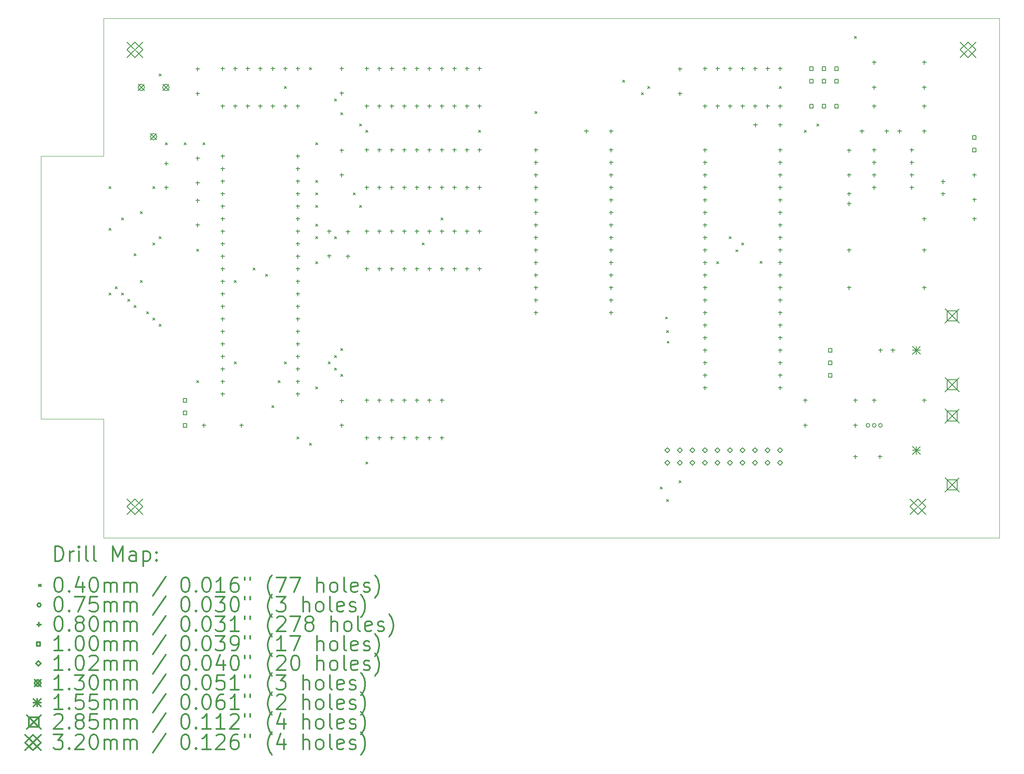
<source format=gbr>
%FSLAX45Y45*%
G04 Gerber Fmt 4.5, Leading zero omitted, Abs format (unit mm)*
G04 Created by KiCad (PCBNEW (5.1.4)-1) date 2020-01-21 03:05:40*
%MOMM*%
%LPD*%
G04 APERTURE LIST*
%ADD10C,0.050000*%
%ADD11C,0.200000*%
%ADD12C,0.300000*%
G04 APERTURE END LIST*
D10*
X24003000Y-14732000D02*
X5842000Y-14732000D01*
X5842000Y-14732000D02*
X5842000Y-12319000D01*
X5842000Y-12319000D02*
X4572000Y-12319000D01*
X4572000Y-6985000D02*
X5842000Y-6985000D01*
X4572000Y-12319000D02*
X4572000Y-6985000D01*
X5842000Y-6985000D02*
X5842000Y-4191000D01*
X5842000Y-4191000D02*
X24003000Y-4191000D01*
X24003000Y-4191000D02*
X24003000Y-14732000D01*
D11*
X5949000Y-7600000D02*
X5989000Y-7640000D01*
X5989000Y-7600000D02*
X5949000Y-7640000D01*
X5949000Y-8449600D02*
X5989000Y-8489600D01*
X5989000Y-8449600D02*
X5949000Y-8489600D01*
X5949000Y-9759000D02*
X5989000Y-9799000D01*
X5989000Y-9759000D02*
X5949000Y-9799000D01*
X6076000Y-9632000D02*
X6116000Y-9672000D01*
X6116000Y-9632000D02*
X6076000Y-9672000D01*
X6203000Y-8235000D02*
X6243000Y-8275000D01*
X6243000Y-8235000D02*
X6203000Y-8275000D01*
X6203000Y-9759000D02*
X6243000Y-9799000D01*
X6243000Y-9759000D02*
X6203000Y-9799000D01*
X6330000Y-9886000D02*
X6370000Y-9926000D01*
X6370000Y-9886000D02*
X6330000Y-9926000D01*
X6457000Y-8965900D02*
X6497000Y-9005900D01*
X6497000Y-8965900D02*
X6457000Y-9005900D01*
X6457000Y-10013000D02*
X6497000Y-10053000D01*
X6497000Y-10013000D02*
X6457000Y-10053000D01*
X6584000Y-8108000D02*
X6624000Y-8148000D01*
X6624000Y-8108000D02*
X6584000Y-8148000D01*
X6584000Y-9505000D02*
X6624000Y-9545000D01*
X6624000Y-9505000D02*
X6584000Y-9545000D01*
X6711000Y-10140000D02*
X6751000Y-10180000D01*
X6751000Y-10140000D02*
X6711000Y-10180000D01*
X6838000Y-7600000D02*
X6878000Y-7640000D01*
X6878000Y-7600000D02*
X6838000Y-7640000D01*
X6838000Y-8743000D02*
X6878000Y-8783000D01*
X6878000Y-8743000D02*
X6838000Y-8783000D01*
X6838000Y-10267000D02*
X6878000Y-10307000D01*
X6878000Y-10267000D02*
X6838000Y-10307000D01*
X6965000Y-5314000D02*
X7005000Y-5354000D01*
X7005000Y-5314000D02*
X6965000Y-5354000D01*
X6965000Y-8616000D02*
X7005000Y-8656000D01*
X7005000Y-8616000D02*
X6965000Y-8656000D01*
X6965000Y-10394000D02*
X7005000Y-10434000D01*
X7005000Y-10394000D02*
X6965000Y-10434000D01*
X7092000Y-6711000D02*
X7132000Y-6751000D01*
X7132000Y-6711000D02*
X7092000Y-6751000D01*
X7473000Y-6711000D02*
X7513000Y-6751000D01*
X7513000Y-6711000D02*
X7473000Y-6751000D01*
X7727000Y-8870000D02*
X7767000Y-8910000D01*
X7767000Y-8870000D02*
X7727000Y-8910000D01*
X7727000Y-11537000D02*
X7767000Y-11577000D01*
X7767000Y-11537000D02*
X7727000Y-11577000D01*
X7854000Y-6711000D02*
X7894000Y-6751000D01*
X7894000Y-6711000D02*
X7854000Y-6751000D01*
X8489000Y-9505000D02*
X8529000Y-9545000D01*
X8529000Y-9505000D02*
X8489000Y-9545000D01*
X8489000Y-11156000D02*
X8529000Y-11196000D01*
X8529000Y-11156000D02*
X8489000Y-11196000D01*
X8870000Y-9251000D02*
X8910000Y-9291000D01*
X8910000Y-9251000D02*
X8870000Y-9291000D01*
X9124000Y-9378000D02*
X9164000Y-9418000D01*
X9164000Y-9378000D02*
X9124000Y-9418000D01*
X9251000Y-12045000D02*
X9291000Y-12085000D01*
X9291000Y-12045000D02*
X9251000Y-12085000D01*
X9378000Y-11537000D02*
X9418000Y-11577000D01*
X9418000Y-11537000D02*
X9378000Y-11577000D01*
X9505000Y-5568000D02*
X9545000Y-5608000D01*
X9545000Y-5568000D02*
X9505000Y-5608000D01*
X9505000Y-11156000D02*
X9545000Y-11196000D01*
X9545000Y-11156000D02*
X9505000Y-11196000D01*
X9759000Y-12680000D02*
X9799000Y-12720000D01*
X9799000Y-12680000D02*
X9759000Y-12720000D01*
X10013000Y-5187000D02*
X10053000Y-5227000D01*
X10053000Y-5187000D02*
X10013000Y-5227000D01*
X10013000Y-12807000D02*
X10053000Y-12847000D01*
X10053000Y-12807000D02*
X10013000Y-12847000D01*
X10140000Y-6711000D02*
X10180000Y-6751000D01*
X10180000Y-6711000D02*
X10140000Y-6751000D01*
X10140000Y-7473000D02*
X10180000Y-7513000D01*
X10180000Y-7473000D02*
X10140000Y-7513000D01*
X10140000Y-7727000D02*
X10180000Y-7767000D01*
X10180000Y-7727000D02*
X10140000Y-7767000D01*
X10140000Y-7981000D02*
X10180000Y-8021000D01*
X10180000Y-7981000D02*
X10140000Y-8021000D01*
X10140000Y-8362000D02*
X10180000Y-8402000D01*
X10180000Y-8362000D02*
X10140000Y-8402000D01*
X10140000Y-8616000D02*
X10180000Y-8656000D01*
X10180000Y-8616000D02*
X10140000Y-8656000D01*
X10140000Y-9124000D02*
X10180000Y-9164000D01*
X10180000Y-9124000D02*
X10140000Y-9164000D01*
X10140000Y-11664000D02*
X10180000Y-11704000D01*
X10180000Y-11664000D02*
X10140000Y-11704000D01*
X10394000Y-11156000D02*
X10434000Y-11196000D01*
X10434000Y-11156000D02*
X10394000Y-11196000D01*
X10521000Y-5822000D02*
X10561000Y-5862000D01*
X10561000Y-5822000D02*
X10521000Y-5862000D01*
X10521000Y-8616000D02*
X10561000Y-8656000D01*
X10561000Y-8616000D02*
X10521000Y-8656000D01*
X10521000Y-11029000D02*
X10561000Y-11069000D01*
X10561000Y-11029000D02*
X10521000Y-11069000D01*
X10521000Y-11283000D02*
X10561000Y-11323000D01*
X10561000Y-11283000D02*
X10521000Y-11323000D01*
X10648000Y-6101501D02*
X10688000Y-6141501D01*
X10688000Y-6101501D02*
X10648000Y-6141501D01*
X10648000Y-10887501D02*
X10688000Y-10927501D01*
X10688000Y-10887501D02*
X10648000Y-10927501D01*
X10648000Y-11410000D02*
X10688000Y-11450000D01*
X10688000Y-11410000D02*
X10648000Y-11450000D01*
X10902000Y-7727000D02*
X10942000Y-7767000D01*
X10942000Y-7727000D02*
X10902000Y-7767000D01*
X11029000Y-6330000D02*
X11069000Y-6370000D01*
X11069000Y-6330000D02*
X11029000Y-6370000D01*
X11029000Y-7981000D02*
X11069000Y-8021000D01*
X11069000Y-7981000D02*
X11029000Y-8021000D01*
X11156000Y-6457000D02*
X11196000Y-6497000D01*
X11196000Y-6457000D02*
X11156000Y-6497000D01*
X11156000Y-13188000D02*
X11196000Y-13228000D01*
X11196000Y-13188000D02*
X11156000Y-13228000D01*
X12299000Y-8743000D02*
X12339000Y-8783000D01*
X12339000Y-8743000D02*
X12299000Y-8783000D01*
X12680000Y-8235000D02*
X12720000Y-8275000D01*
X12720000Y-8235000D02*
X12680000Y-8275000D01*
X13442000Y-6457000D02*
X13482000Y-6497000D01*
X13482000Y-6457000D02*
X13442000Y-6497000D01*
X14585000Y-6076000D02*
X14625000Y-6116000D01*
X14625000Y-6076000D02*
X14585000Y-6116000D01*
X16363000Y-5441000D02*
X16403000Y-5481000D01*
X16403000Y-5441000D02*
X16363000Y-5481000D01*
X16744000Y-5695000D02*
X16784000Y-5735000D01*
X16784000Y-5695000D02*
X16744000Y-5735000D01*
X16871000Y-5568000D02*
X16911000Y-5608000D01*
X16911000Y-5568000D02*
X16871000Y-5608000D01*
X17125000Y-13696000D02*
X17165000Y-13736000D01*
X17165000Y-13696000D02*
X17125000Y-13736000D01*
X17232414Y-10247414D02*
X17272414Y-10287414D01*
X17272414Y-10247414D02*
X17232414Y-10287414D01*
X17252000Y-10521000D02*
X17292000Y-10561000D01*
X17292000Y-10521000D02*
X17252000Y-10561000D01*
X17252000Y-13950000D02*
X17292000Y-13990000D01*
X17292000Y-13950000D02*
X17252000Y-13990000D01*
X17265903Y-10736629D02*
X17305903Y-10776629D01*
X17305903Y-10736629D02*
X17265903Y-10776629D01*
X17506000Y-13569000D02*
X17546000Y-13609000D01*
X17546000Y-13569000D02*
X17506000Y-13609000D01*
X18268000Y-9124000D02*
X18308000Y-9164000D01*
X18308000Y-9124000D02*
X18268000Y-9164000D01*
X18522000Y-8616000D02*
X18562000Y-8656000D01*
X18562000Y-8616000D02*
X18522000Y-8656000D01*
X18661234Y-8882234D02*
X18701234Y-8922234D01*
X18701234Y-8882234D02*
X18661234Y-8922234D01*
X18776000Y-8743000D02*
X18816000Y-8783000D01*
X18816000Y-8743000D02*
X18776000Y-8783000D01*
X19148860Y-9115860D02*
X19188860Y-9155860D01*
X19188860Y-9115860D02*
X19148860Y-9155860D01*
X19538000Y-5568000D02*
X19578000Y-5608000D01*
X19578000Y-5568000D02*
X19538000Y-5608000D01*
X20046000Y-6457000D02*
X20086000Y-6497000D01*
X20086000Y-6457000D02*
X20046000Y-6497000D01*
X20300000Y-6330000D02*
X20340000Y-6370000D01*
X20340000Y-6330000D02*
X20300000Y-6370000D01*
X21062000Y-4552000D02*
X21102000Y-4592000D01*
X21102000Y-4552000D02*
X21062000Y-4592000D01*
X21373500Y-12446000D02*
G75*
G03X21373500Y-12446000I-37500J0D01*
G01*
X21500500Y-12446000D02*
G75*
G03X21500500Y-12446000I-37500J0D01*
G01*
X21627500Y-12446000D02*
G75*
G03X21627500Y-12446000I-37500J0D01*
G01*
X10668000Y-5167000D02*
X10668000Y-5247000D01*
X10628000Y-5207000D02*
X10708000Y-5207000D01*
X10668000Y-5667000D02*
X10668000Y-5747000D01*
X10628000Y-5707000D02*
X10708000Y-5707000D01*
X17526000Y-5175000D02*
X17526000Y-5255000D01*
X17486000Y-5215000D02*
X17566000Y-5215000D01*
X17526000Y-5675000D02*
X17526000Y-5755000D01*
X17486000Y-5715000D02*
X17566000Y-5715000D01*
X21217000Y-6437000D02*
X21217000Y-6517000D01*
X21177000Y-6477000D02*
X21257000Y-6477000D01*
X21717000Y-6437000D02*
X21717000Y-6517000D01*
X21677000Y-6477000D02*
X21757000Y-6477000D01*
X21082000Y-13041000D02*
X21082000Y-13121000D01*
X21042000Y-13081000D02*
X21122000Y-13081000D01*
X21582000Y-13041000D02*
X21582000Y-13121000D01*
X21542000Y-13081000D02*
X21622000Y-13081000D01*
X7747000Y-7842000D02*
X7747000Y-7922000D01*
X7707000Y-7882000D02*
X7787000Y-7882000D01*
X7747000Y-8342000D02*
X7747000Y-8422000D01*
X7707000Y-8382000D02*
X7787000Y-8382000D01*
X8255000Y-5167000D02*
X8255000Y-5247000D01*
X8215000Y-5207000D02*
X8295000Y-5207000D01*
X8255000Y-5929000D02*
X8255000Y-6009000D01*
X8215000Y-5969000D02*
X8295000Y-5969000D01*
X8509000Y-5167000D02*
X8509000Y-5247000D01*
X8469000Y-5207000D02*
X8549000Y-5207000D01*
X8509000Y-5929000D02*
X8509000Y-6009000D01*
X8469000Y-5969000D02*
X8549000Y-5969000D01*
X8763000Y-5167000D02*
X8763000Y-5247000D01*
X8723000Y-5207000D02*
X8803000Y-5207000D01*
X8763000Y-5929000D02*
X8763000Y-6009000D01*
X8723000Y-5969000D02*
X8803000Y-5969000D01*
X9017000Y-5167000D02*
X9017000Y-5247000D01*
X8977000Y-5207000D02*
X9057000Y-5207000D01*
X9017000Y-5929000D02*
X9017000Y-6009000D01*
X8977000Y-5969000D02*
X9057000Y-5969000D01*
X9271000Y-5167000D02*
X9271000Y-5247000D01*
X9231000Y-5207000D02*
X9311000Y-5207000D01*
X9271000Y-5929000D02*
X9271000Y-6009000D01*
X9231000Y-5969000D02*
X9311000Y-5969000D01*
X9525000Y-5167000D02*
X9525000Y-5247000D01*
X9485000Y-5207000D02*
X9565000Y-5207000D01*
X9525000Y-5929000D02*
X9525000Y-6009000D01*
X9485000Y-5969000D02*
X9565000Y-5969000D01*
X9779000Y-5167000D02*
X9779000Y-5247000D01*
X9739000Y-5207000D02*
X9819000Y-5207000D01*
X9779000Y-5929000D02*
X9779000Y-6009000D01*
X9739000Y-5969000D02*
X9819000Y-5969000D01*
X18034000Y-6818000D02*
X18034000Y-6898000D01*
X17994000Y-6858000D02*
X18074000Y-6858000D01*
X18034000Y-7072000D02*
X18034000Y-7152000D01*
X17994000Y-7112000D02*
X18074000Y-7112000D01*
X18034000Y-7326000D02*
X18034000Y-7406000D01*
X17994000Y-7366000D02*
X18074000Y-7366000D01*
X18034000Y-7580000D02*
X18034000Y-7660000D01*
X17994000Y-7620000D02*
X18074000Y-7620000D01*
X18034000Y-7834000D02*
X18034000Y-7914000D01*
X17994000Y-7874000D02*
X18074000Y-7874000D01*
X18034000Y-8088000D02*
X18034000Y-8168000D01*
X17994000Y-8128000D02*
X18074000Y-8128000D01*
X18034000Y-8342000D02*
X18034000Y-8422000D01*
X17994000Y-8382000D02*
X18074000Y-8382000D01*
X18034000Y-8596000D02*
X18034000Y-8676000D01*
X17994000Y-8636000D02*
X18074000Y-8636000D01*
X18034000Y-8850000D02*
X18034000Y-8930000D01*
X17994000Y-8890000D02*
X18074000Y-8890000D01*
X18034000Y-9104000D02*
X18034000Y-9184000D01*
X17994000Y-9144000D02*
X18074000Y-9144000D01*
X18034000Y-9358000D02*
X18034000Y-9438000D01*
X17994000Y-9398000D02*
X18074000Y-9398000D01*
X18034000Y-9612000D02*
X18034000Y-9692000D01*
X17994000Y-9652000D02*
X18074000Y-9652000D01*
X18034000Y-9866000D02*
X18034000Y-9946000D01*
X17994000Y-9906000D02*
X18074000Y-9906000D01*
X18034000Y-10120000D02*
X18034000Y-10200000D01*
X17994000Y-10160000D02*
X18074000Y-10160000D01*
X18034000Y-10374000D02*
X18034000Y-10454000D01*
X17994000Y-10414000D02*
X18074000Y-10414000D01*
X18034000Y-10628000D02*
X18034000Y-10708000D01*
X17994000Y-10668000D02*
X18074000Y-10668000D01*
X18034000Y-10882000D02*
X18034000Y-10962000D01*
X17994000Y-10922000D02*
X18074000Y-10922000D01*
X18034000Y-11136000D02*
X18034000Y-11216000D01*
X17994000Y-11176000D02*
X18074000Y-11176000D01*
X18034000Y-11390000D02*
X18034000Y-11470000D01*
X17994000Y-11430000D02*
X18074000Y-11430000D01*
X18034000Y-11644000D02*
X18034000Y-11724000D01*
X17994000Y-11684000D02*
X18074000Y-11684000D01*
X19558000Y-6818000D02*
X19558000Y-6898000D01*
X19518000Y-6858000D02*
X19598000Y-6858000D01*
X19558000Y-7072000D02*
X19558000Y-7152000D01*
X19518000Y-7112000D02*
X19598000Y-7112000D01*
X19558000Y-7326000D02*
X19558000Y-7406000D01*
X19518000Y-7366000D02*
X19598000Y-7366000D01*
X19558000Y-7580000D02*
X19558000Y-7660000D01*
X19518000Y-7620000D02*
X19598000Y-7620000D01*
X19558000Y-7834000D02*
X19558000Y-7914000D01*
X19518000Y-7874000D02*
X19598000Y-7874000D01*
X19558000Y-8088000D02*
X19558000Y-8168000D01*
X19518000Y-8128000D02*
X19598000Y-8128000D01*
X19558000Y-8342000D02*
X19558000Y-8422000D01*
X19518000Y-8382000D02*
X19598000Y-8382000D01*
X19558000Y-8596000D02*
X19558000Y-8676000D01*
X19518000Y-8636000D02*
X19598000Y-8636000D01*
X19558000Y-8850000D02*
X19558000Y-8930000D01*
X19518000Y-8890000D02*
X19598000Y-8890000D01*
X19558000Y-9104000D02*
X19558000Y-9184000D01*
X19518000Y-9144000D02*
X19598000Y-9144000D01*
X19558000Y-9358000D02*
X19558000Y-9438000D01*
X19518000Y-9398000D02*
X19598000Y-9398000D01*
X19558000Y-9612000D02*
X19558000Y-9692000D01*
X19518000Y-9652000D02*
X19598000Y-9652000D01*
X19558000Y-9866000D02*
X19558000Y-9946000D01*
X19518000Y-9906000D02*
X19598000Y-9906000D01*
X19558000Y-10120000D02*
X19558000Y-10200000D01*
X19518000Y-10160000D02*
X19598000Y-10160000D01*
X19558000Y-10374000D02*
X19558000Y-10454000D01*
X19518000Y-10414000D02*
X19598000Y-10414000D01*
X19558000Y-10628000D02*
X19558000Y-10708000D01*
X19518000Y-10668000D02*
X19598000Y-10668000D01*
X19558000Y-10882000D02*
X19558000Y-10962000D01*
X19518000Y-10922000D02*
X19598000Y-10922000D01*
X19558000Y-11136000D02*
X19558000Y-11216000D01*
X19518000Y-11176000D02*
X19598000Y-11176000D01*
X19558000Y-11390000D02*
X19558000Y-11470000D01*
X19518000Y-11430000D02*
X19598000Y-11430000D01*
X19558000Y-11644000D02*
X19558000Y-11724000D01*
X19518000Y-11684000D02*
X19598000Y-11684000D01*
X21463000Y-5929000D02*
X21463000Y-6009000D01*
X21423000Y-5969000D02*
X21503000Y-5969000D01*
X22479000Y-5929000D02*
X22479000Y-6009000D01*
X22439000Y-5969000D02*
X22519000Y-5969000D01*
X7874000Y-12406000D02*
X7874000Y-12486000D01*
X7834000Y-12446000D02*
X7914000Y-12446000D01*
X8636000Y-12406000D02*
X8636000Y-12486000D01*
X8596000Y-12446000D02*
X8676000Y-12446000D01*
X10668000Y-6826000D02*
X10668000Y-6906000D01*
X10628000Y-6866000D02*
X10708000Y-6866000D01*
X10668000Y-7326000D02*
X10668000Y-7406000D01*
X10628000Y-7366000D02*
X10708000Y-7366000D01*
X10668000Y-11906000D02*
X10668000Y-11986000D01*
X10628000Y-11946000D02*
X10708000Y-11946000D01*
X10668000Y-12406000D02*
X10668000Y-12486000D01*
X10628000Y-12446000D02*
X10708000Y-12446000D01*
X20066000Y-12406000D02*
X20066000Y-12486000D01*
X20026000Y-12446000D02*
X20106000Y-12446000D01*
X21082000Y-12406000D02*
X21082000Y-12486000D01*
X21042000Y-12446000D02*
X21122000Y-12446000D01*
X21463000Y-6818000D02*
X21463000Y-6898000D01*
X21423000Y-6858000D02*
X21503000Y-6858000D01*
X21463000Y-7072000D02*
X21463000Y-7152000D01*
X21423000Y-7112000D02*
X21503000Y-7112000D01*
X21463000Y-7326000D02*
X21463000Y-7406000D01*
X21423000Y-7366000D02*
X21503000Y-7366000D01*
X21463000Y-7580000D02*
X21463000Y-7660000D01*
X21423000Y-7620000D02*
X21503000Y-7620000D01*
X22225000Y-6818000D02*
X22225000Y-6898000D01*
X22185000Y-6858000D02*
X22265000Y-6858000D01*
X22225000Y-7072000D02*
X22225000Y-7152000D01*
X22185000Y-7112000D02*
X22265000Y-7112000D01*
X22225000Y-7326000D02*
X22225000Y-7406000D01*
X22185000Y-7366000D02*
X22265000Y-7366000D01*
X22225000Y-7580000D02*
X22225000Y-7660000D01*
X22185000Y-7620000D02*
X22265000Y-7620000D01*
X11176000Y-8469000D02*
X11176000Y-8549000D01*
X11136000Y-8509000D02*
X11216000Y-8509000D01*
X11176000Y-9231000D02*
X11176000Y-9311000D01*
X11136000Y-9271000D02*
X11216000Y-9271000D01*
X11430000Y-8469000D02*
X11430000Y-8549000D01*
X11390000Y-8509000D02*
X11470000Y-8509000D01*
X11430000Y-9231000D02*
X11430000Y-9311000D01*
X11390000Y-9271000D02*
X11470000Y-9271000D01*
X11684000Y-8469000D02*
X11684000Y-8549000D01*
X11644000Y-8509000D02*
X11724000Y-8509000D01*
X11684000Y-9231000D02*
X11684000Y-9311000D01*
X11644000Y-9271000D02*
X11724000Y-9271000D01*
X11938000Y-8469000D02*
X11938000Y-8549000D01*
X11898000Y-8509000D02*
X11978000Y-8509000D01*
X11938000Y-9231000D02*
X11938000Y-9311000D01*
X11898000Y-9271000D02*
X11978000Y-9271000D01*
X12192000Y-8469000D02*
X12192000Y-8549000D01*
X12152000Y-8509000D02*
X12232000Y-8509000D01*
X12192000Y-9231000D02*
X12192000Y-9311000D01*
X12152000Y-9271000D02*
X12232000Y-9271000D01*
X12446000Y-8469000D02*
X12446000Y-8549000D01*
X12406000Y-8509000D02*
X12486000Y-8509000D01*
X12446000Y-9231000D02*
X12446000Y-9311000D01*
X12406000Y-9271000D02*
X12486000Y-9271000D01*
X12700000Y-8469000D02*
X12700000Y-8549000D01*
X12660000Y-8509000D02*
X12740000Y-8509000D01*
X12700000Y-9231000D02*
X12700000Y-9311000D01*
X12660000Y-9271000D02*
X12740000Y-9271000D01*
X12954000Y-8469000D02*
X12954000Y-8549000D01*
X12914000Y-8509000D02*
X12994000Y-8509000D01*
X12954000Y-9231000D02*
X12954000Y-9311000D01*
X12914000Y-9271000D02*
X12994000Y-9271000D01*
X13208000Y-8469000D02*
X13208000Y-8549000D01*
X13168000Y-8509000D02*
X13248000Y-8509000D01*
X13208000Y-9231000D02*
X13208000Y-9311000D01*
X13168000Y-9271000D02*
X13248000Y-9271000D01*
X13462000Y-8469000D02*
X13462000Y-8549000D01*
X13422000Y-8509000D02*
X13502000Y-8509000D01*
X13462000Y-9231000D02*
X13462000Y-9311000D01*
X13422000Y-9271000D02*
X13502000Y-9271000D01*
X11176000Y-11898000D02*
X11176000Y-11978000D01*
X11136000Y-11938000D02*
X11216000Y-11938000D01*
X11176000Y-12660000D02*
X11176000Y-12740000D01*
X11136000Y-12700000D02*
X11216000Y-12700000D01*
X11430000Y-11898000D02*
X11430000Y-11978000D01*
X11390000Y-11938000D02*
X11470000Y-11938000D01*
X11430000Y-12660000D02*
X11430000Y-12740000D01*
X11390000Y-12700000D02*
X11470000Y-12700000D01*
X11684000Y-11898000D02*
X11684000Y-11978000D01*
X11644000Y-11938000D02*
X11724000Y-11938000D01*
X11684000Y-12660000D02*
X11684000Y-12740000D01*
X11644000Y-12700000D02*
X11724000Y-12700000D01*
X11938000Y-11898000D02*
X11938000Y-11978000D01*
X11898000Y-11938000D02*
X11978000Y-11938000D01*
X11938000Y-12660000D02*
X11938000Y-12740000D01*
X11898000Y-12700000D02*
X11978000Y-12700000D01*
X12192000Y-11898000D02*
X12192000Y-11978000D01*
X12152000Y-11938000D02*
X12232000Y-11938000D01*
X12192000Y-12660000D02*
X12192000Y-12740000D01*
X12152000Y-12700000D02*
X12232000Y-12700000D01*
X12446000Y-11898000D02*
X12446000Y-11978000D01*
X12406000Y-11938000D02*
X12486000Y-11938000D01*
X12446000Y-12660000D02*
X12446000Y-12740000D01*
X12406000Y-12700000D02*
X12486000Y-12700000D01*
X12700000Y-11898000D02*
X12700000Y-11978000D01*
X12660000Y-11938000D02*
X12740000Y-11938000D01*
X12700000Y-12660000D02*
X12700000Y-12740000D01*
X12660000Y-12700000D02*
X12740000Y-12700000D01*
X23495000Y-7326000D02*
X23495000Y-7406000D01*
X23455000Y-7366000D02*
X23535000Y-7366000D01*
X23495000Y-7826000D02*
X23495000Y-7906000D01*
X23455000Y-7866000D02*
X23535000Y-7866000D01*
X20066000Y-11898000D02*
X20066000Y-11978000D01*
X20026000Y-11938000D02*
X20106000Y-11938000D01*
X21082000Y-11898000D02*
X21082000Y-11978000D01*
X21042000Y-11938000D02*
X21122000Y-11938000D01*
X19058000Y-6310000D02*
X19058000Y-6390000D01*
X19018000Y-6350000D02*
X19098000Y-6350000D01*
X19558000Y-6310000D02*
X19558000Y-6390000D01*
X19518000Y-6350000D02*
X19598000Y-6350000D01*
X14605000Y-6818000D02*
X14605000Y-6898000D01*
X14565000Y-6858000D02*
X14645000Y-6858000D01*
X14605000Y-7072000D02*
X14605000Y-7152000D01*
X14565000Y-7112000D02*
X14645000Y-7112000D01*
X14605000Y-7326000D02*
X14605000Y-7406000D01*
X14565000Y-7366000D02*
X14645000Y-7366000D01*
X14605000Y-7580000D02*
X14605000Y-7660000D01*
X14565000Y-7620000D02*
X14645000Y-7620000D01*
X14605000Y-7834000D02*
X14605000Y-7914000D01*
X14565000Y-7874000D02*
X14645000Y-7874000D01*
X14605000Y-8088000D02*
X14605000Y-8168000D01*
X14565000Y-8128000D02*
X14645000Y-8128000D01*
X14605000Y-8342000D02*
X14605000Y-8422000D01*
X14565000Y-8382000D02*
X14645000Y-8382000D01*
X14605000Y-8596000D02*
X14605000Y-8676000D01*
X14565000Y-8636000D02*
X14645000Y-8636000D01*
X14605000Y-8850000D02*
X14605000Y-8930000D01*
X14565000Y-8890000D02*
X14645000Y-8890000D01*
X14605000Y-9104000D02*
X14605000Y-9184000D01*
X14565000Y-9144000D02*
X14645000Y-9144000D01*
X14605000Y-9358000D02*
X14605000Y-9438000D01*
X14565000Y-9398000D02*
X14645000Y-9398000D01*
X14605000Y-9612000D02*
X14605000Y-9692000D01*
X14565000Y-9652000D02*
X14645000Y-9652000D01*
X14605000Y-9866000D02*
X14605000Y-9946000D01*
X14565000Y-9906000D02*
X14645000Y-9906000D01*
X14605000Y-10120000D02*
X14605000Y-10200000D01*
X14565000Y-10160000D02*
X14645000Y-10160000D01*
X16129000Y-6818000D02*
X16129000Y-6898000D01*
X16089000Y-6858000D02*
X16169000Y-6858000D01*
X16129000Y-7072000D02*
X16129000Y-7152000D01*
X16089000Y-7112000D02*
X16169000Y-7112000D01*
X16129000Y-7326000D02*
X16129000Y-7406000D01*
X16089000Y-7366000D02*
X16169000Y-7366000D01*
X16129000Y-7580000D02*
X16129000Y-7660000D01*
X16089000Y-7620000D02*
X16169000Y-7620000D01*
X16129000Y-7834000D02*
X16129000Y-7914000D01*
X16089000Y-7874000D02*
X16169000Y-7874000D01*
X16129000Y-8088000D02*
X16129000Y-8168000D01*
X16089000Y-8128000D02*
X16169000Y-8128000D01*
X16129000Y-8342000D02*
X16129000Y-8422000D01*
X16089000Y-8382000D02*
X16169000Y-8382000D01*
X16129000Y-8596000D02*
X16129000Y-8676000D01*
X16089000Y-8636000D02*
X16169000Y-8636000D01*
X16129000Y-8850000D02*
X16129000Y-8930000D01*
X16089000Y-8890000D02*
X16169000Y-8890000D01*
X16129000Y-9104000D02*
X16129000Y-9184000D01*
X16089000Y-9144000D02*
X16169000Y-9144000D01*
X16129000Y-9358000D02*
X16129000Y-9438000D01*
X16089000Y-9398000D02*
X16169000Y-9398000D01*
X16129000Y-9612000D02*
X16129000Y-9692000D01*
X16089000Y-9652000D02*
X16169000Y-9652000D01*
X16129000Y-9866000D02*
X16129000Y-9946000D01*
X16089000Y-9906000D02*
X16169000Y-9906000D01*
X16129000Y-10120000D02*
X16129000Y-10200000D01*
X16089000Y-10160000D02*
X16169000Y-10160000D01*
X22860000Y-7457000D02*
X22860000Y-7537000D01*
X22820000Y-7497000D02*
X22900000Y-7497000D01*
X22860000Y-7707000D02*
X22860000Y-7787000D01*
X22820000Y-7747000D02*
X22900000Y-7747000D01*
X7747000Y-5175000D02*
X7747000Y-5255000D01*
X7707000Y-5215000D02*
X7787000Y-5215000D01*
X7747000Y-5675000D02*
X7747000Y-5755000D01*
X7707000Y-5715000D02*
X7787000Y-5715000D01*
X18034000Y-5167000D02*
X18034000Y-5247000D01*
X17994000Y-5207000D02*
X18074000Y-5207000D01*
X18034000Y-5929000D02*
X18034000Y-6009000D01*
X17994000Y-5969000D02*
X18074000Y-5969000D01*
X18288000Y-5167000D02*
X18288000Y-5247000D01*
X18248000Y-5207000D02*
X18328000Y-5207000D01*
X18288000Y-5929000D02*
X18288000Y-6009000D01*
X18248000Y-5969000D02*
X18328000Y-5969000D01*
X18542000Y-5167000D02*
X18542000Y-5247000D01*
X18502000Y-5207000D02*
X18582000Y-5207000D01*
X18542000Y-5929000D02*
X18542000Y-6009000D01*
X18502000Y-5969000D02*
X18582000Y-5969000D01*
X18796000Y-5167000D02*
X18796000Y-5247000D01*
X18756000Y-5207000D02*
X18836000Y-5207000D01*
X18796000Y-5929000D02*
X18796000Y-6009000D01*
X18756000Y-5969000D02*
X18836000Y-5969000D01*
X19050000Y-5167000D02*
X19050000Y-5247000D01*
X19010000Y-5207000D02*
X19090000Y-5207000D01*
X19050000Y-5929000D02*
X19050000Y-6009000D01*
X19010000Y-5969000D02*
X19090000Y-5969000D01*
X19304000Y-5167000D02*
X19304000Y-5247000D01*
X19264000Y-5207000D02*
X19344000Y-5207000D01*
X19304000Y-5929000D02*
X19304000Y-6009000D01*
X19264000Y-5969000D02*
X19344000Y-5969000D01*
X19558000Y-5167000D02*
X19558000Y-5247000D01*
X19518000Y-5207000D02*
X19598000Y-5207000D01*
X19558000Y-5929000D02*
X19558000Y-6009000D01*
X19518000Y-5969000D02*
X19598000Y-5969000D01*
X7747000Y-6987000D02*
X7747000Y-7067000D01*
X7707000Y-7027000D02*
X7787000Y-7027000D01*
X7747000Y-7487000D02*
X7747000Y-7567000D01*
X7707000Y-7527000D02*
X7787000Y-7527000D01*
X20955000Y-6826000D02*
X20955000Y-6906000D01*
X20915000Y-6866000D02*
X20995000Y-6866000D01*
X20955000Y-7326000D02*
X20955000Y-7406000D01*
X20915000Y-7366000D02*
X20995000Y-7366000D01*
X8255000Y-6945000D02*
X8255000Y-7025000D01*
X8215000Y-6985000D02*
X8295000Y-6985000D01*
X8255000Y-7199000D02*
X8255000Y-7279000D01*
X8215000Y-7239000D02*
X8295000Y-7239000D01*
X8255000Y-7453000D02*
X8255000Y-7533000D01*
X8215000Y-7493000D02*
X8295000Y-7493000D01*
X8255000Y-7707000D02*
X8255000Y-7787000D01*
X8215000Y-7747000D02*
X8295000Y-7747000D01*
X8255000Y-7961000D02*
X8255000Y-8041000D01*
X8215000Y-8001000D02*
X8295000Y-8001000D01*
X8255000Y-8215000D02*
X8255000Y-8295000D01*
X8215000Y-8255000D02*
X8295000Y-8255000D01*
X8255000Y-8469000D02*
X8255000Y-8549000D01*
X8215000Y-8509000D02*
X8295000Y-8509000D01*
X8255000Y-8723000D02*
X8255000Y-8803000D01*
X8215000Y-8763000D02*
X8295000Y-8763000D01*
X8255000Y-8977000D02*
X8255000Y-9057000D01*
X8215000Y-9017000D02*
X8295000Y-9017000D01*
X8255000Y-9231000D02*
X8255000Y-9311000D01*
X8215000Y-9271000D02*
X8295000Y-9271000D01*
X8255000Y-9485000D02*
X8255000Y-9565000D01*
X8215000Y-9525000D02*
X8295000Y-9525000D01*
X8255000Y-9739000D02*
X8255000Y-9819000D01*
X8215000Y-9779000D02*
X8295000Y-9779000D01*
X8255000Y-9993000D02*
X8255000Y-10073000D01*
X8215000Y-10033000D02*
X8295000Y-10033000D01*
X8255000Y-10247000D02*
X8255000Y-10327000D01*
X8215000Y-10287000D02*
X8295000Y-10287000D01*
X8255000Y-10501000D02*
X8255000Y-10581000D01*
X8215000Y-10541000D02*
X8295000Y-10541000D01*
X8255000Y-10755000D02*
X8255000Y-10835000D01*
X8215000Y-10795000D02*
X8295000Y-10795000D01*
X8255000Y-11009000D02*
X8255000Y-11089000D01*
X8215000Y-11049000D02*
X8295000Y-11049000D01*
X8255000Y-11263000D02*
X8255000Y-11343000D01*
X8215000Y-11303000D02*
X8295000Y-11303000D01*
X8255000Y-11517000D02*
X8255000Y-11597000D01*
X8215000Y-11557000D02*
X8295000Y-11557000D01*
X8255000Y-11771000D02*
X8255000Y-11851000D01*
X8215000Y-11811000D02*
X8295000Y-11811000D01*
X9779000Y-6945000D02*
X9779000Y-7025000D01*
X9739000Y-6985000D02*
X9819000Y-6985000D01*
X9779000Y-7199000D02*
X9779000Y-7279000D01*
X9739000Y-7239000D02*
X9819000Y-7239000D01*
X9779000Y-7453000D02*
X9779000Y-7533000D01*
X9739000Y-7493000D02*
X9819000Y-7493000D01*
X9779000Y-7707000D02*
X9779000Y-7787000D01*
X9739000Y-7747000D02*
X9819000Y-7747000D01*
X9779000Y-7961000D02*
X9779000Y-8041000D01*
X9739000Y-8001000D02*
X9819000Y-8001000D01*
X9779000Y-8215000D02*
X9779000Y-8295000D01*
X9739000Y-8255000D02*
X9819000Y-8255000D01*
X9779000Y-8469000D02*
X9779000Y-8549000D01*
X9739000Y-8509000D02*
X9819000Y-8509000D01*
X9779000Y-8723000D02*
X9779000Y-8803000D01*
X9739000Y-8763000D02*
X9819000Y-8763000D01*
X9779000Y-8977000D02*
X9779000Y-9057000D01*
X9739000Y-9017000D02*
X9819000Y-9017000D01*
X9779000Y-9231000D02*
X9779000Y-9311000D01*
X9739000Y-9271000D02*
X9819000Y-9271000D01*
X9779000Y-9485000D02*
X9779000Y-9565000D01*
X9739000Y-9525000D02*
X9819000Y-9525000D01*
X9779000Y-9739000D02*
X9779000Y-9819000D01*
X9739000Y-9779000D02*
X9819000Y-9779000D01*
X9779000Y-9993000D02*
X9779000Y-10073000D01*
X9739000Y-10033000D02*
X9819000Y-10033000D01*
X9779000Y-10247000D02*
X9779000Y-10327000D01*
X9739000Y-10287000D02*
X9819000Y-10287000D01*
X9779000Y-10501000D02*
X9779000Y-10581000D01*
X9739000Y-10541000D02*
X9819000Y-10541000D01*
X9779000Y-10755000D02*
X9779000Y-10835000D01*
X9739000Y-10795000D02*
X9819000Y-10795000D01*
X9779000Y-11009000D02*
X9779000Y-11089000D01*
X9739000Y-11049000D02*
X9819000Y-11049000D01*
X9779000Y-11263000D02*
X9779000Y-11343000D01*
X9739000Y-11303000D02*
X9819000Y-11303000D01*
X9779000Y-11517000D02*
X9779000Y-11597000D01*
X9739000Y-11557000D02*
X9819000Y-11557000D01*
X9779000Y-11771000D02*
X9779000Y-11851000D01*
X9739000Y-11811000D02*
X9819000Y-11811000D01*
X22479000Y-8215000D02*
X22479000Y-8295000D01*
X22439000Y-8255000D02*
X22519000Y-8255000D01*
X23495000Y-8215000D02*
X23495000Y-8295000D01*
X23455000Y-8255000D02*
X23535000Y-8255000D01*
X11176000Y-5167000D02*
X11176000Y-5247000D01*
X11136000Y-5207000D02*
X11216000Y-5207000D01*
X11176000Y-5929000D02*
X11176000Y-6009000D01*
X11136000Y-5969000D02*
X11216000Y-5969000D01*
X11430000Y-5167000D02*
X11430000Y-5247000D01*
X11390000Y-5207000D02*
X11470000Y-5207000D01*
X11430000Y-5929000D02*
X11430000Y-6009000D01*
X11390000Y-5969000D02*
X11470000Y-5969000D01*
X11684000Y-5167000D02*
X11684000Y-5247000D01*
X11644000Y-5207000D02*
X11724000Y-5207000D01*
X11684000Y-5929000D02*
X11684000Y-6009000D01*
X11644000Y-5969000D02*
X11724000Y-5969000D01*
X11938000Y-5167000D02*
X11938000Y-5247000D01*
X11898000Y-5207000D02*
X11978000Y-5207000D01*
X11938000Y-5929000D02*
X11938000Y-6009000D01*
X11898000Y-5969000D02*
X11978000Y-5969000D01*
X12192000Y-5167000D02*
X12192000Y-5247000D01*
X12152000Y-5207000D02*
X12232000Y-5207000D01*
X12192000Y-5929000D02*
X12192000Y-6009000D01*
X12152000Y-5969000D02*
X12232000Y-5969000D01*
X12446000Y-5167000D02*
X12446000Y-5247000D01*
X12406000Y-5207000D02*
X12486000Y-5207000D01*
X12446000Y-5929000D02*
X12446000Y-6009000D01*
X12406000Y-5969000D02*
X12486000Y-5969000D01*
X12700000Y-5167000D02*
X12700000Y-5247000D01*
X12660000Y-5207000D02*
X12740000Y-5207000D01*
X12700000Y-5929000D02*
X12700000Y-6009000D01*
X12660000Y-5969000D02*
X12740000Y-5969000D01*
X12954000Y-5167000D02*
X12954000Y-5247000D01*
X12914000Y-5207000D02*
X12994000Y-5207000D01*
X12954000Y-5929000D02*
X12954000Y-6009000D01*
X12914000Y-5969000D02*
X12994000Y-5969000D01*
X13208000Y-5167000D02*
X13208000Y-5247000D01*
X13168000Y-5207000D02*
X13248000Y-5207000D01*
X13208000Y-5929000D02*
X13208000Y-6009000D01*
X13168000Y-5969000D02*
X13248000Y-5969000D01*
X13462000Y-5167000D02*
X13462000Y-5247000D01*
X13422000Y-5207000D02*
X13502000Y-5207000D01*
X13462000Y-5929000D02*
X13462000Y-6009000D01*
X13422000Y-5969000D02*
X13502000Y-5969000D01*
X21463000Y-5040000D02*
X21463000Y-5120000D01*
X21423000Y-5080000D02*
X21503000Y-5080000D01*
X22479000Y-5040000D02*
X22479000Y-5120000D01*
X22439000Y-5080000D02*
X22519000Y-5080000D01*
X20955000Y-7707000D02*
X20955000Y-7787000D01*
X20915000Y-7747000D02*
X20995000Y-7747000D01*
X20955000Y-7907000D02*
X20955000Y-7987000D01*
X20915000Y-7947000D02*
X20995000Y-7947000D01*
X21979000Y-6437000D02*
X21979000Y-6517000D01*
X21939000Y-6477000D02*
X22019000Y-6477000D01*
X22479000Y-6437000D02*
X22479000Y-6517000D01*
X22439000Y-6477000D02*
X22519000Y-6477000D01*
X7112000Y-7090000D02*
X7112000Y-7170000D01*
X7072000Y-7130000D02*
X7152000Y-7130000D01*
X7112000Y-7580000D02*
X7112000Y-7660000D01*
X7072000Y-7620000D02*
X7152000Y-7620000D01*
X21463000Y-5548000D02*
X21463000Y-5628000D01*
X21423000Y-5588000D02*
X21503000Y-5588000D01*
X22479000Y-5548000D02*
X22479000Y-5628000D01*
X22439000Y-5588000D02*
X22519000Y-5588000D01*
X21463000Y-11898000D02*
X21463000Y-11978000D01*
X21423000Y-11938000D02*
X21503000Y-11938000D01*
X22479000Y-11898000D02*
X22479000Y-11978000D01*
X22439000Y-11938000D02*
X22519000Y-11938000D01*
X10795000Y-8477000D02*
X10795000Y-8557000D01*
X10755000Y-8517000D02*
X10835000Y-8517000D01*
X10795000Y-8977000D02*
X10795000Y-9057000D01*
X10755000Y-9017000D02*
X10835000Y-9017000D01*
X20955000Y-8850000D02*
X20955000Y-8930000D01*
X20915000Y-8890000D02*
X20995000Y-8890000D01*
X20955000Y-9612000D02*
X20955000Y-9692000D01*
X20915000Y-9652000D02*
X20995000Y-9652000D01*
X22479000Y-8850000D02*
X22479000Y-8930000D01*
X22439000Y-8890000D02*
X22519000Y-8890000D01*
X22479000Y-9612000D02*
X22479000Y-9692000D01*
X22439000Y-9652000D02*
X22519000Y-9652000D01*
X15629000Y-6437000D02*
X15629000Y-6517000D01*
X15589000Y-6477000D02*
X15669000Y-6477000D01*
X16129000Y-6437000D02*
X16129000Y-6517000D01*
X16089000Y-6477000D02*
X16169000Y-6477000D01*
X11176000Y-6818000D02*
X11176000Y-6898000D01*
X11136000Y-6858000D02*
X11216000Y-6858000D01*
X11176000Y-7580000D02*
X11176000Y-7660000D01*
X11136000Y-7620000D02*
X11216000Y-7620000D01*
X11430000Y-6818000D02*
X11430000Y-6898000D01*
X11390000Y-6858000D02*
X11470000Y-6858000D01*
X11430000Y-7580000D02*
X11430000Y-7660000D01*
X11390000Y-7620000D02*
X11470000Y-7620000D01*
X11684000Y-6818000D02*
X11684000Y-6898000D01*
X11644000Y-6858000D02*
X11724000Y-6858000D01*
X11684000Y-7580000D02*
X11684000Y-7660000D01*
X11644000Y-7620000D02*
X11724000Y-7620000D01*
X11938000Y-6818000D02*
X11938000Y-6898000D01*
X11898000Y-6858000D02*
X11978000Y-6858000D01*
X11938000Y-7580000D02*
X11938000Y-7660000D01*
X11898000Y-7620000D02*
X11978000Y-7620000D01*
X12192000Y-6818000D02*
X12192000Y-6898000D01*
X12152000Y-6858000D02*
X12232000Y-6858000D01*
X12192000Y-7580000D02*
X12192000Y-7660000D01*
X12152000Y-7620000D02*
X12232000Y-7620000D01*
X12446000Y-6818000D02*
X12446000Y-6898000D01*
X12406000Y-6858000D02*
X12486000Y-6858000D01*
X12446000Y-7580000D02*
X12446000Y-7660000D01*
X12406000Y-7620000D02*
X12486000Y-7620000D01*
X12700000Y-6818000D02*
X12700000Y-6898000D01*
X12660000Y-6858000D02*
X12740000Y-6858000D01*
X12700000Y-7580000D02*
X12700000Y-7660000D01*
X12660000Y-7620000D02*
X12740000Y-7620000D01*
X12954000Y-6818000D02*
X12954000Y-6898000D01*
X12914000Y-6858000D02*
X12994000Y-6858000D01*
X12954000Y-7580000D02*
X12954000Y-7660000D01*
X12914000Y-7620000D02*
X12994000Y-7620000D01*
X13208000Y-6818000D02*
X13208000Y-6898000D01*
X13168000Y-6858000D02*
X13248000Y-6858000D01*
X13208000Y-7580000D02*
X13208000Y-7660000D01*
X13168000Y-7620000D02*
X13248000Y-7620000D01*
X13462000Y-6818000D02*
X13462000Y-6898000D01*
X13422000Y-6858000D02*
X13502000Y-6858000D01*
X13462000Y-7580000D02*
X13462000Y-7660000D01*
X13422000Y-7620000D02*
X13502000Y-7620000D01*
X21590000Y-10882000D02*
X21590000Y-10962000D01*
X21550000Y-10922000D02*
X21630000Y-10922000D01*
X21840000Y-10882000D02*
X21840000Y-10962000D01*
X21800000Y-10922000D02*
X21880000Y-10922000D01*
X10414000Y-8469000D02*
X10414000Y-8549000D01*
X10374000Y-8509000D02*
X10454000Y-8509000D01*
X10414000Y-8969000D02*
X10414000Y-9049000D01*
X10374000Y-9009000D02*
X10454000Y-9009000D01*
X20609356Y-10957356D02*
X20609356Y-10886644D01*
X20538644Y-10886644D01*
X20538644Y-10957356D01*
X20609356Y-10957356D01*
X20609356Y-11211356D02*
X20609356Y-11140644D01*
X20538644Y-11140644D01*
X20538644Y-11211356D01*
X20609356Y-11211356D01*
X20609356Y-11465356D02*
X20609356Y-11394644D01*
X20538644Y-11394644D01*
X20538644Y-11465356D01*
X20609356Y-11465356D01*
X7528356Y-11973356D02*
X7528356Y-11902644D01*
X7457644Y-11902644D01*
X7457644Y-11973356D01*
X7528356Y-11973356D01*
X7528356Y-12227356D02*
X7528356Y-12156644D01*
X7457644Y-12156644D01*
X7457644Y-12227356D01*
X7528356Y-12227356D01*
X7528356Y-12481356D02*
X7528356Y-12410644D01*
X7457644Y-12410644D01*
X7457644Y-12481356D01*
X7528356Y-12481356D01*
X20228356Y-5242356D02*
X20228356Y-5171644D01*
X20157644Y-5171644D01*
X20157644Y-5242356D01*
X20228356Y-5242356D01*
X20228356Y-5496356D02*
X20228356Y-5425644D01*
X20157644Y-5425644D01*
X20157644Y-5496356D01*
X20228356Y-5496356D01*
X20482356Y-5242356D02*
X20482356Y-5171644D01*
X20411644Y-5171644D01*
X20411644Y-5242356D01*
X20482356Y-5242356D01*
X20482356Y-5496356D02*
X20482356Y-5425644D01*
X20411644Y-5425644D01*
X20411644Y-5496356D01*
X20482356Y-5496356D01*
X20736356Y-5242356D02*
X20736356Y-5171644D01*
X20665644Y-5171644D01*
X20665644Y-5242356D01*
X20736356Y-5242356D01*
X20736356Y-5496356D02*
X20736356Y-5425644D01*
X20665644Y-5425644D01*
X20665644Y-5496356D01*
X20736356Y-5496356D01*
X23530356Y-6639356D02*
X23530356Y-6568644D01*
X23459644Y-6568644D01*
X23459644Y-6639356D01*
X23530356Y-6639356D01*
X23530356Y-6893356D02*
X23530356Y-6822644D01*
X23459644Y-6822644D01*
X23459644Y-6893356D01*
X23530356Y-6893356D01*
X20228356Y-6004356D02*
X20228356Y-5933644D01*
X20157644Y-5933644D01*
X20157644Y-6004356D01*
X20228356Y-6004356D01*
X20482356Y-6004356D02*
X20482356Y-5933644D01*
X20411644Y-5933644D01*
X20411644Y-6004356D01*
X20482356Y-6004356D01*
X20736356Y-6004356D02*
X20736356Y-5933644D01*
X20665644Y-5933644D01*
X20665644Y-6004356D01*
X20736356Y-6004356D01*
X17272000Y-13004800D02*
X17322800Y-12954000D01*
X17272000Y-12903200D01*
X17221200Y-12954000D01*
X17272000Y-13004800D01*
X17272000Y-13258800D02*
X17322800Y-13208000D01*
X17272000Y-13157200D01*
X17221200Y-13208000D01*
X17272000Y-13258800D01*
X17526000Y-13004800D02*
X17576800Y-12954000D01*
X17526000Y-12903200D01*
X17475200Y-12954000D01*
X17526000Y-13004800D01*
X17526000Y-13258800D02*
X17576800Y-13208000D01*
X17526000Y-13157200D01*
X17475200Y-13208000D01*
X17526000Y-13258800D01*
X17780000Y-13004800D02*
X17830800Y-12954000D01*
X17780000Y-12903200D01*
X17729200Y-12954000D01*
X17780000Y-13004800D01*
X17780000Y-13258800D02*
X17830800Y-13208000D01*
X17780000Y-13157200D01*
X17729200Y-13208000D01*
X17780000Y-13258800D01*
X18034000Y-13004800D02*
X18084800Y-12954000D01*
X18034000Y-12903200D01*
X17983200Y-12954000D01*
X18034000Y-13004800D01*
X18034000Y-13258800D02*
X18084800Y-13208000D01*
X18034000Y-13157200D01*
X17983200Y-13208000D01*
X18034000Y-13258800D01*
X18288000Y-13004800D02*
X18338800Y-12954000D01*
X18288000Y-12903200D01*
X18237200Y-12954000D01*
X18288000Y-13004800D01*
X18288000Y-13258800D02*
X18338800Y-13208000D01*
X18288000Y-13157200D01*
X18237200Y-13208000D01*
X18288000Y-13258800D01*
X18542000Y-13004800D02*
X18592800Y-12954000D01*
X18542000Y-12903200D01*
X18491200Y-12954000D01*
X18542000Y-13004800D01*
X18542000Y-13258800D02*
X18592800Y-13208000D01*
X18542000Y-13157200D01*
X18491200Y-13208000D01*
X18542000Y-13258800D01*
X18796000Y-13004800D02*
X18846800Y-12954000D01*
X18796000Y-12903200D01*
X18745200Y-12954000D01*
X18796000Y-13004800D01*
X18796000Y-13258800D02*
X18846800Y-13208000D01*
X18796000Y-13157200D01*
X18745200Y-13208000D01*
X18796000Y-13258800D01*
X19050000Y-13004800D02*
X19100800Y-12954000D01*
X19050000Y-12903200D01*
X18999200Y-12954000D01*
X19050000Y-13004800D01*
X19050000Y-13258800D02*
X19100800Y-13208000D01*
X19050000Y-13157200D01*
X18999200Y-13208000D01*
X19050000Y-13258800D01*
X19304000Y-13004800D02*
X19354800Y-12954000D01*
X19304000Y-12903200D01*
X19253200Y-12954000D01*
X19304000Y-13004800D01*
X19304000Y-13258800D02*
X19354800Y-13208000D01*
X19304000Y-13157200D01*
X19253200Y-13208000D01*
X19304000Y-13258800D01*
X19558000Y-13004800D02*
X19608800Y-12954000D01*
X19558000Y-12903200D01*
X19507200Y-12954000D01*
X19558000Y-13004800D01*
X19558000Y-13258800D02*
X19608800Y-13208000D01*
X19558000Y-13157200D01*
X19507200Y-13208000D01*
X19558000Y-13258800D01*
X6539000Y-5523000D02*
X6669000Y-5653000D01*
X6669000Y-5523000D02*
X6539000Y-5653000D01*
X6669000Y-5588000D02*
G75*
G03X6669000Y-5588000I-65000J0D01*
G01*
X6789000Y-6523000D02*
X6919000Y-6653000D01*
X6919000Y-6523000D02*
X6789000Y-6653000D01*
X6919000Y-6588000D02*
G75*
G03X6919000Y-6588000I-65000J0D01*
G01*
X7039000Y-5523000D02*
X7169000Y-5653000D01*
X7169000Y-5523000D02*
X7039000Y-5653000D01*
X7169000Y-5588000D02*
G75*
G03X7169000Y-5588000I-65000J0D01*
G01*
X22241500Y-10844500D02*
X22396500Y-10999500D01*
X22396500Y-10844500D02*
X22241500Y-10999500D01*
X22319000Y-10844500D02*
X22319000Y-10999500D01*
X22241500Y-10922000D02*
X22396500Y-10922000D01*
X22241500Y-12876500D02*
X22396500Y-13031500D01*
X22396500Y-12876500D02*
X22241500Y-13031500D01*
X22319000Y-12876500D02*
X22319000Y-13031500D01*
X22241500Y-12954000D02*
X22396500Y-12954000D01*
X22903500Y-10079500D02*
X23188500Y-10364500D01*
X23188500Y-10079500D02*
X22903500Y-10364500D01*
X23146764Y-10322764D02*
X23146764Y-10121236D01*
X22945236Y-10121236D01*
X22945236Y-10322764D01*
X23146764Y-10322764D01*
X22903500Y-11479500D02*
X23188500Y-11764500D01*
X23188500Y-11479500D02*
X22903500Y-11764500D01*
X23146764Y-11722764D02*
X23146764Y-11521236D01*
X22945236Y-11521236D01*
X22945236Y-11722764D01*
X23146764Y-11722764D01*
X22903500Y-12111500D02*
X23188500Y-12396500D01*
X23188500Y-12111500D02*
X22903500Y-12396500D01*
X23146764Y-12354764D02*
X23146764Y-12153236D01*
X22945236Y-12153236D01*
X22945236Y-12354764D01*
X23146764Y-12354764D01*
X22903500Y-13511500D02*
X23188500Y-13796500D01*
X23188500Y-13511500D02*
X22903500Y-13796500D01*
X23146764Y-13754764D02*
X23146764Y-13553236D01*
X22945236Y-13553236D01*
X22945236Y-13754764D01*
X23146764Y-13754764D01*
X22192000Y-13937000D02*
X22512000Y-14257000D01*
X22512000Y-13937000D02*
X22192000Y-14257000D01*
X22352000Y-14257000D02*
X22512000Y-14097000D01*
X22352000Y-13937000D01*
X22192000Y-14097000D01*
X22352000Y-14257000D01*
X6317000Y-13937000D02*
X6637000Y-14257000D01*
X6637000Y-13937000D02*
X6317000Y-14257000D01*
X6477000Y-14257000D02*
X6637000Y-14097000D01*
X6477000Y-13937000D01*
X6317000Y-14097000D01*
X6477000Y-14257000D01*
X6317000Y-4666000D02*
X6637000Y-4986000D01*
X6637000Y-4666000D02*
X6317000Y-4986000D01*
X6477000Y-4986000D02*
X6637000Y-4826000D01*
X6477000Y-4666000D01*
X6317000Y-4826000D01*
X6477000Y-4986000D01*
X23208000Y-4666000D02*
X23528000Y-4986000D01*
X23528000Y-4666000D02*
X23208000Y-4986000D01*
X23368000Y-4986000D02*
X23528000Y-4826000D01*
X23368000Y-4666000D01*
X23208000Y-4826000D01*
X23368000Y-4986000D01*
D12*
X4855928Y-15200214D02*
X4855928Y-14900214D01*
X4927357Y-14900214D01*
X4970214Y-14914500D01*
X4998786Y-14943071D01*
X5013071Y-14971643D01*
X5027357Y-15028786D01*
X5027357Y-15071643D01*
X5013071Y-15128786D01*
X4998786Y-15157357D01*
X4970214Y-15185929D01*
X4927357Y-15200214D01*
X4855928Y-15200214D01*
X5155928Y-15200214D02*
X5155928Y-15000214D01*
X5155928Y-15057357D02*
X5170214Y-15028786D01*
X5184500Y-15014500D01*
X5213071Y-15000214D01*
X5241643Y-15000214D01*
X5341643Y-15200214D02*
X5341643Y-15000214D01*
X5341643Y-14900214D02*
X5327357Y-14914500D01*
X5341643Y-14928786D01*
X5355928Y-14914500D01*
X5341643Y-14900214D01*
X5341643Y-14928786D01*
X5527357Y-15200214D02*
X5498786Y-15185929D01*
X5484500Y-15157357D01*
X5484500Y-14900214D01*
X5684500Y-15200214D02*
X5655928Y-15185929D01*
X5641643Y-15157357D01*
X5641643Y-14900214D01*
X6027357Y-15200214D02*
X6027357Y-14900214D01*
X6127357Y-15114500D01*
X6227357Y-14900214D01*
X6227357Y-15200214D01*
X6498786Y-15200214D02*
X6498786Y-15043071D01*
X6484500Y-15014500D01*
X6455928Y-15000214D01*
X6398786Y-15000214D01*
X6370214Y-15014500D01*
X6498786Y-15185929D02*
X6470214Y-15200214D01*
X6398786Y-15200214D01*
X6370214Y-15185929D01*
X6355928Y-15157357D01*
X6355928Y-15128786D01*
X6370214Y-15100214D01*
X6398786Y-15085929D01*
X6470214Y-15085929D01*
X6498786Y-15071643D01*
X6641643Y-15000214D02*
X6641643Y-15300214D01*
X6641643Y-15014500D02*
X6670214Y-15000214D01*
X6727357Y-15000214D01*
X6755928Y-15014500D01*
X6770214Y-15028786D01*
X6784500Y-15057357D01*
X6784500Y-15143071D01*
X6770214Y-15171643D01*
X6755928Y-15185929D01*
X6727357Y-15200214D01*
X6670214Y-15200214D01*
X6641643Y-15185929D01*
X6913071Y-15171643D02*
X6927357Y-15185929D01*
X6913071Y-15200214D01*
X6898786Y-15185929D01*
X6913071Y-15171643D01*
X6913071Y-15200214D01*
X6913071Y-15014500D02*
X6927357Y-15028786D01*
X6913071Y-15043071D01*
X6898786Y-15028786D01*
X6913071Y-15014500D01*
X6913071Y-15043071D01*
X4529500Y-15674500D02*
X4569500Y-15714500D01*
X4569500Y-15674500D02*
X4529500Y-15714500D01*
X4913071Y-15530214D02*
X4941643Y-15530214D01*
X4970214Y-15544500D01*
X4984500Y-15558786D01*
X4998786Y-15587357D01*
X5013071Y-15644500D01*
X5013071Y-15715929D01*
X4998786Y-15773071D01*
X4984500Y-15801643D01*
X4970214Y-15815929D01*
X4941643Y-15830214D01*
X4913071Y-15830214D01*
X4884500Y-15815929D01*
X4870214Y-15801643D01*
X4855928Y-15773071D01*
X4841643Y-15715929D01*
X4841643Y-15644500D01*
X4855928Y-15587357D01*
X4870214Y-15558786D01*
X4884500Y-15544500D01*
X4913071Y-15530214D01*
X5141643Y-15801643D02*
X5155928Y-15815929D01*
X5141643Y-15830214D01*
X5127357Y-15815929D01*
X5141643Y-15801643D01*
X5141643Y-15830214D01*
X5413071Y-15630214D02*
X5413071Y-15830214D01*
X5341643Y-15515929D02*
X5270214Y-15730214D01*
X5455928Y-15730214D01*
X5627357Y-15530214D02*
X5655928Y-15530214D01*
X5684500Y-15544500D01*
X5698786Y-15558786D01*
X5713071Y-15587357D01*
X5727357Y-15644500D01*
X5727357Y-15715929D01*
X5713071Y-15773071D01*
X5698786Y-15801643D01*
X5684500Y-15815929D01*
X5655928Y-15830214D01*
X5627357Y-15830214D01*
X5598786Y-15815929D01*
X5584500Y-15801643D01*
X5570214Y-15773071D01*
X5555928Y-15715929D01*
X5555928Y-15644500D01*
X5570214Y-15587357D01*
X5584500Y-15558786D01*
X5598786Y-15544500D01*
X5627357Y-15530214D01*
X5855928Y-15830214D02*
X5855928Y-15630214D01*
X5855928Y-15658786D02*
X5870214Y-15644500D01*
X5898786Y-15630214D01*
X5941643Y-15630214D01*
X5970214Y-15644500D01*
X5984500Y-15673071D01*
X5984500Y-15830214D01*
X5984500Y-15673071D02*
X5998786Y-15644500D01*
X6027357Y-15630214D01*
X6070214Y-15630214D01*
X6098786Y-15644500D01*
X6113071Y-15673071D01*
X6113071Y-15830214D01*
X6255928Y-15830214D02*
X6255928Y-15630214D01*
X6255928Y-15658786D02*
X6270214Y-15644500D01*
X6298786Y-15630214D01*
X6341643Y-15630214D01*
X6370214Y-15644500D01*
X6384500Y-15673071D01*
X6384500Y-15830214D01*
X6384500Y-15673071D02*
X6398786Y-15644500D01*
X6427357Y-15630214D01*
X6470214Y-15630214D01*
X6498786Y-15644500D01*
X6513071Y-15673071D01*
X6513071Y-15830214D01*
X7098786Y-15515929D02*
X6841643Y-15901643D01*
X7484500Y-15530214D02*
X7513071Y-15530214D01*
X7541643Y-15544500D01*
X7555928Y-15558786D01*
X7570214Y-15587357D01*
X7584500Y-15644500D01*
X7584500Y-15715929D01*
X7570214Y-15773071D01*
X7555928Y-15801643D01*
X7541643Y-15815929D01*
X7513071Y-15830214D01*
X7484500Y-15830214D01*
X7455928Y-15815929D01*
X7441643Y-15801643D01*
X7427357Y-15773071D01*
X7413071Y-15715929D01*
X7413071Y-15644500D01*
X7427357Y-15587357D01*
X7441643Y-15558786D01*
X7455928Y-15544500D01*
X7484500Y-15530214D01*
X7713071Y-15801643D02*
X7727357Y-15815929D01*
X7713071Y-15830214D01*
X7698786Y-15815929D01*
X7713071Y-15801643D01*
X7713071Y-15830214D01*
X7913071Y-15530214D02*
X7941643Y-15530214D01*
X7970214Y-15544500D01*
X7984500Y-15558786D01*
X7998786Y-15587357D01*
X8013071Y-15644500D01*
X8013071Y-15715929D01*
X7998786Y-15773071D01*
X7984500Y-15801643D01*
X7970214Y-15815929D01*
X7941643Y-15830214D01*
X7913071Y-15830214D01*
X7884500Y-15815929D01*
X7870214Y-15801643D01*
X7855928Y-15773071D01*
X7841643Y-15715929D01*
X7841643Y-15644500D01*
X7855928Y-15587357D01*
X7870214Y-15558786D01*
X7884500Y-15544500D01*
X7913071Y-15530214D01*
X8298786Y-15830214D02*
X8127357Y-15830214D01*
X8213071Y-15830214D02*
X8213071Y-15530214D01*
X8184500Y-15573071D01*
X8155928Y-15601643D01*
X8127357Y-15615929D01*
X8555928Y-15530214D02*
X8498786Y-15530214D01*
X8470214Y-15544500D01*
X8455928Y-15558786D01*
X8427357Y-15601643D01*
X8413071Y-15658786D01*
X8413071Y-15773071D01*
X8427357Y-15801643D01*
X8441643Y-15815929D01*
X8470214Y-15830214D01*
X8527357Y-15830214D01*
X8555928Y-15815929D01*
X8570214Y-15801643D01*
X8584500Y-15773071D01*
X8584500Y-15701643D01*
X8570214Y-15673071D01*
X8555928Y-15658786D01*
X8527357Y-15644500D01*
X8470214Y-15644500D01*
X8441643Y-15658786D01*
X8427357Y-15673071D01*
X8413071Y-15701643D01*
X8698786Y-15530214D02*
X8698786Y-15587357D01*
X8813071Y-15530214D02*
X8813071Y-15587357D01*
X9255928Y-15944500D02*
X9241643Y-15930214D01*
X9213071Y-15887357D01*
X9198786Y-15858786D01*
X9184500Y-15815929D01*
X9170214Y-15744500D01*
X9170214Y-15687357D01*
X9184500Y-15615929D01*
X9198786Y-15573071D01*
X9213071Y-15544500D01*
X9241643Y-15501643D01*
X9255928Y-15487357D01*
X9341643Y-15530214D02*
X9541643Y-15530214D01*
X9413071Y-15830214D01*
X9627357Y-15530214D02*
X9827357Y-15530214D01*
X9698786Y-15830214D01*
X10170214Y-15830214D02*
X10170214Y-15530214D01*
X10298786Y-15830214D02*
X10298786Y-15673071D01*
X10284500Y-15644500D01*
X10255928Y-15630214D01*
X10213071Y-15630214D01*
X10184500Y-15644500D01*
X10170214Y-15658786D01*
X10484500Y-15830214D02*
X10455928Y-15815929D01*
X10441643Y-15801643D01*
X10427357Y-15773071D01*
X10427357Y-15687357D01*
X10441643Y-15658786D01*
X10455928Y-15644500D01*
X10484500Y-15630214D01*
X10527357Y-15630214D01*
X10555928Y-15644500D01*
X10570214Y-15658786D01*
X10584500Y-15687357D01*
X10584500Y-15773071D01*
X10570214Y-15801643D01*
X10555928Y-15815929D01*
X10527357Y-15830214D01*
X10484500Y-15830214D01*
X10755928Y-15830214D02*
X10727357Y-15815929D01*
X10713071Y-15787357D01*
X10713071Y-15530214D01*
X10984500Y-15815929D02*
X10955928Y-15830214D01*
X10898786Y-15830214D01*
X10870214Y-15815929D01*
X10855928Y-15787357D01*
X10855928Y-15673071D01*
X10870214Y-15644500D01*
X10898786Y-15630214D01*
X10955928Y-15630214D01*
X10984500Y-15644500D01*
X10998786Y-15673071D01*
X10998786Y-15701643D01*
X10855928Y-15730214D01*
X11113071Y-15815929D02*
X11141643Y-15830214D01*
X11198786Y-15830214D01*
X11227357Y-15815929D01*
X11241643Y-15787357D01*
X11241643Y-15773071D01*
X11227357Y-15744500D01*
X11198786Y-15730214D01*
X11155928Y-15730214D01*
X11127357Y-15715929D01*
X11113071Y-15687357D01*
X11113071Y-15673071D01*
X11127357Y-15644500D01*
X11155928Y-15630214D01*
X11198786Y-15630214D01*
X11227357Y-15644500D01*
X11341643Y-15944500D02*
X11355928Y-15930214D01*
X11384500Y-15887357D01*
X11398786Y-15858786D01*
X11413071Y-15815929D01*
X11427357Y-15744500D01*
X11427357Y-15687357D01*
X11413071Y-15615929D01*
X11398786Y-15573071D01*
X11384500Y-15544500D01*
X11355928Y-15501643D01*
X11341643Y-15487357D01*
X4569500Y-16090500D02*
G75*
G03X4569500Y-16090500I-37500J0D01*
G01*
X4913071Y-15926214D02*
X4941643Y-15926214D01*
X4970214Y-15940500D01*
X4984500Y-15954786D01*
X4998786Y-15983357D01*
X5013071Y-16040500D01*
X5013071Y-16111929D01*
X4998786Y-16169071D01*
X4984500Y-16197643D01*
X4970214Y-16211929D01*
X4941643Y-16226214D01*
X4913071Y-16226214D01*
X4884500Y-16211929D01*
X4870214Y-16197643D01*
X4855928Y-16169071D01*
X4841643Y-16111929D01*
X4841643Y-16040500D01*
X4855928Y-15983357D01*
X4870214Y-15954786D01*
X4884500Y-15940500D01*
X4913071Y-15926214D01*
X5141643Y-16197643D02*
X5155928Y-16211929D01*
X5141643Y-16226214D01*
X5127357Y-16211929D01*
X5141643Y-16197643D01*
X5141643Y-16226214D01*
X5255928Y-15926214D02*
X5455928Y-15926214D01*
X5327357Y-16226214D01*
X5713071Y-15926214D02*
X5570214Y-15926214D01*
X5555928Y-16069071D01*
X5570214Y-16054786D01*
X5598786Y-16040500D01*
X5670214Y-16040500D01*
X5698786Y-16054786D01*
X5713071Y-16069071D01*
X5727357Y-16097643D01*
X5727357Y-16169071D01*
X5713071Y-16197643D01*
X5698786Y-16211929D01*
X5670214Y-16226214D01*
X5598786Y-16226214D01*
X5570214Y-16211929D01*
X5555928Y-16197643D01*
X5855928Y-16226214D02*
X5855928Y-16026214D01*
X5855928Y-16054786D02*
X5870214Y-16040500D01*
X5898786Y-16026214D01*
X5941643Y-16026214D01*
X5970214Y-16040500D01*
X5984500Y-16069071D01*
X5984500Y-16226214D01*
X5984500Y-16069071D02*
X5998786Y-16040500D01*
X6027357Y-16026214D01*
X6070214Y-16026214D01*
X6098786Y-16040500D01*
X6113071Y-16069071D01*
X6113071Y-16226214D01*
X6255928Y-16226214D02*
X6255928Y-16026214D01*
X6255928Y-16054786D02*
X6270214Y-16040500D01*
X6298786Y-16026214D01*
X6341643Y-16026214D01*
X6370214Y-16040500D01*
X6384500Y-16069071D01*
X6384500Y-16226214D01*
X6384500Y-16069071D02*
X6398786Y-16040500D01*
X6427357Y-16026214D01*
X6470214Y-16026214D01*
X6498786Y-16040500D01*
X6513071Y-16069071D01*
X6513071Y-16226214D01*
X7098786Y-15911929D02*
X6841643Y-16297643D01*
X7484500Y-15926214D02*
X7513071Y-15926214D01*
X7541643Y-15940500D01*
X7555928Y-15954786D01*
X7570214Y-15983357D01*
X7584500Y-16040500D01*
X7584500Y-16111929D01*
X7570214Y-16169071D01*
X7555928Y-16197643D01*
X7541643Y-16211929D01*
X7513071Y-16226214D01*
X7484500Y-16226214D01*
X7455928Y-16211929D01*
X7441643Y-16197643D01*
X7427357Y-16169071D01*
X7413071Y-16111929D01*
X7413071Y-16040500D01*
X7427357Y-15983357D01*
X7441643Y-15954786D01*
X7455928Y-15940500D01*
X7484500Y-15926214D01*
X7713071Y-16197643D02*
X7727357Y-16211929D01*
X7713071Y-16226214D01*
X7698786Y-16211929D01*
X7713071Y-16197643D01*
X7713071Y-16226214D01*
X7913071Y-15926214D02*
X7941643Y-15926214D01*
X7970214Y-15940500D01*
X7984500Y-15954786D01*
X7998786Y-15983357D01*
X8013071Y-16040500D01*
X8013071Y-16111929D01*
X7998786Y-16169071D01*
X7984500Y-16197643D01*
X7970214Y-16211929D01*
X7941643Y-16226214D01*
X7913071Y-16226214D01*
X7884500Y-16211929D01*
X7870214Y-16197643D01*
X7855928Y-16169071D01*
X7841643Y-16111929D01*
X7841643Y-16040500D01*
X7855928Y-15983357D01*
X7870214Y-15954786D01*
X7884500Y-15940500D01*
X7913071Y-15926214D01*
X8113071Y-15926214D02*
X8298786Y-15926214D01*
X8198786Y-16040500D01*
X8241643Y-16040500D01*
X8270214Y-16054786D01*
X8284500Y-16069071D01*
X8298786Y-16097643D01*
X8298786Y-16169071D01*
X8284500Y-16197643D01*
X8270214Y-16211929D01*
X8241643Y-16226214D01*
X8155928Y-16226214D01*
X8127357Y-16211929D01*
X8113071Y-16197643D01*
X8484500Y-15926214D02*
X8513071Y-15926214D01*
X8541643Y-15940500D01*
X8555928Y-15954786D01*
X8570214Y-15983357D01*
X8584500Y-16040500D01*
X8584500Y-16111929D01*
X8570214Y-16169071D01*
X8555928Y-16197643D01*
X8541643Y-16211929D01*
X8513071Y-16226214D01*
X8484500Y-16226214D01*
X8455928Y-16211929D01*
X8441643Y-16197643D01*
X8427357Y-16169071D01*
X8413071Y-16111929D01*
X8413071Y-16040500D01*
X8427357Y-15983357D01*
X8441643Y-15954786D01*
X8455928Y-15940500D01*
X8484500Y-15926214D01*
X8698786Y-15926214D02*
X8698786Y-15983357D01*
X8813071Y-15926214D02*
X8813071Y-15983357D01*
X9255928Y-16340500D02*
X9241643Y-16326214D01*
X9213071Y-16283357D01*
X9198786Y-16254786D01*
X9184500Y-16211929D01*
X9170214Y-16140500D01*
X9170214Y-16083357D01*
X9184500Y-16011929D01*
X9198786Y-15969071D01*
X9213071Y-15940500D01*
X9241643Y-15897643D01*
X9255928Y-15883357D01*
X9341643Y-15926214D02*
X9527357Y-15926214D01*
X9427357Y-16040500D01*
X9470214Y-16040500D01*
X9498786Y-16054786D01*
X9513071Y-16069071D01*
X9527357Y-16097643D01*
X9527357Y-16169071D01*
X9513071Y-16197643D01*
X9498786Y-16211929D01*
X9470214Y-16226214D01*
X9384500Y-16226214D01*
X9355928Y-16211929D01*
X9341643Y-16197643D01*
X9884500Y-16226214D02*
X9884500Y-15926214D01*
X10013071Y-16226214D02*
X10013071Y-16069071D01*
X9998786Y-16040500D01*
X9970214Y-16026214D01*
X9927357Y-16026214D01*
X9898786Y-16040500D01*
X9884500Y-16054786D01*
X10198786Y-16226214D02*
X10170214Y-16211929D01*
X10155928Y-16197643D01*
X10141643Y-16169071D01*
X10141643Y-16083357D01*
X10155928Y-16054786D01*
X10170214Y-16040500D01*
X10198786Y-16026214D01*
X10241643Y-16026214D01*
X10270214Y-16040500D01*
X10284500Y-16054786D01*
X10298786Y-16083357D01*
X10298786Y-16169071D01*
X10284500Y-16197643D01*
X10270214Y-16211929D01*
X10241643Y-16226214D01*
X10198786Y-16226214D01*
X10470214Y-16226214D02*
X10441643Y-16211929D01*
X10427357Y-16183357D01*
X10427357Y-15926214D01*
X10698786Y-16211929D02*
X10670214Y-16226214D01*
X10613071Y-16226214D01*
X10584500Y-16211929D01*
X10570214Y-16183357D01*
X10570214Y-16069071D01*
X10584500Y-16040500D01*
X10613071Y-16026214D01*
X10670214Y-16026214D01*
X10698786Y-16040500D01*
X10713071Y-16069071D01*
X10713071Y-16097643D01*
X10570214Y-16126214D01*
X10827357Y-16211929D02*
X10855928Y-16226214D01*
X10913071Y-16226214D01*
X10941643Y-16211929D01*
X10955928Y-16183357D01*
X10955928Y-16169071D01*
X10941643Y-16140500D01*
X10913071Y-16126214D01*
X10870214Y-16126214D01*
X10841643Y-16111929D01*
X10827357Y-16083357D01*
X10827357Y-16069071D01*
X10841643Y-16040500D01*
X10870214Y-16026214D01*
X10913071Y-16026214D01*
X10941643Y-16040500D01*
X11055928Y-16340500D02*
X11070214Y-16326214D01*
X11098786Y-16283357D01*
X11113071Y-16254786D01*
X11127357Y-16211929D01*
X11141643Y-16140500D01*
X11141643Y-16083357D01*
X11127357Y-16011929D01*
X11113071Y-15969071D01*
X11098786Y-15940500D01*
X11070214Y-15897643D01*
X11055928Y-15883357D01*
X4529500Y-16446500D02*
X4529500Y-16526500D01*
X4489500Y-16486500D02*
X4569500Y-16486500D01*
X4913071Y-16322214D02*
X4941643Y-16322214D01*
X4970214Y-16336500D01*
X4984500Y-16350786D01*
X4998786Y-16379357D01*
X5013071Y-16436500D01*
X5013071Y-16507929D01*
X4998786Y-16565071D01*
X4984500Y-16593643D01*
X4970214Y-16607929D01*
X4941643Y-16622214D01*
X4913071Y-16622214D01*
X4884500Y-16607929D01*
X4870214Y-16593643D01*
X4855928Y-16565071D01*
X4841643Y-16507929D01*
X4841643Y-16436500D01*
X4855928Y-16379357D01*
X4870214Y-16350786D01*
X4884500Y-16336500D01*
X4913071Y-16322214D01*
X5141643Y-16593643D02*
X5155928Y-16607929D01*
X5141643Y-16622214D01*
X5127357Y-16607929D01*
X5141643Y-16593643D01*
X5141643Y-16622214D01*
X5327357Y-16450786D02*
X5298786Y-16436500D01*
X5284500Y-16422214D01*
X5270214Y-16393643D01*
X5270214Y-16379357D01*
X5284500Y-16350786D01*
X5298786Y-16336500D01*
X5327357Y-16322214D01*
X5384500Y-16322214D01*
X5413071Y-16336500D01*
X5427357Y-16350786D01*
X5441643Y-16379357D01*
X5441643Y-16393643D01*
X5427357Y-16422214D01*
X5413071Y-16436500D01*
X5384500Y-16450786D01*
X5327357Y-16450786D01*
X5298786Y-16465071D01*
X5284500Y-16479357D01*
X5270214Y-16507929D01*
X5270214Y-16565071D01*
X5284500Y-16593643D01*
X5298786Y-16607929D01*
X5327357Y-16622214D01*
X5384500Y-16622214D01*
X5413071Y-16607929D01*
X5427357Y-16593643D01*
X5441643Y-16565071D01*
X5441643Y-16507929D01*
X5427357Y-16479357D01*
X5413071Y-16465071D01*
X5384500Y-16450786D01*
X5627357Y-16322214D02*
X5655928Y-16322214D01*
X5684500Y-16336500D01*
X5698786Y-16350786D01*
X5713071Y-16379357D01*
X5727357Y-16436500D01*
X5727357Y-16507929D01*
X5713071Y-16565071D01*
X5698786Y-16593643D01*
X5684500Y-16607929D01*
X5655928Y-16622214D01*
X5627357Y-16622214D01*
X5598786Y-16607929D01*
X5584500Y-16593643D01*
X5570214Y-16565071D01*
X5555928Y-16507929D01*
X5555928Y-16436500D01*
X5570214Y-16379357D01*
X5584500Y-16350786D01*
X5598786Y-16336500D01*
X5627357Y-16322214D01*
X5855928Y-16622214D02*
X5855928Y-16422214D01*
X5855928Y-16450786D02*
X5870214Y-16436500D01*
X5898786Y-16422214D01*
X5941643Y-16422214D01*
X5970214Y-16436500D01*
X5984500Y-16465071D01*
X5984500Y-16622214D01*
X5984500Y-16465071D02*
X5998786Y-16436500D01*
X6027357Y-16422214D01*
X6070214Y-16422214D01*
X6098786Y-16436500D01*
X6113071Y-16465071D01*
X6113071Y-16622214D01*
X6255928Y-16622214D02*
X6255928Y-16422214D01*
X6255928Y-16450786D02*
X6270214Y-16436500D01*
X6298786Y-16422214D01*
X6341643Y-16422214D01*
X6370214Y-16436500D01*
X6384500Y-16465071D01*
X6384500Y-16622214D01*
X6384500Y-16465071D02*
X6398786Y-16436500D01*
X6427357Y-16422214D01*
X6470214Y-16422214D01*
X6498786Y-16436500D01*
X6513071Y-16465071D01*
X6513071Y-16622214D01*
X7098786Y-16307929D02*
X6841643Y-16693643D01*
X7484500Y-16322214D02*
X7513071Y-16322214D01*
X7541643Y-16336500D01*
X7555928Y-16350786D01*
X7570214Y-16379357D01*
X7584500Y-16436500D01*
X7584500Y-16507929D01*
X7570214Y-16565071D01*
X7555928Y-16593643D01*
X7541643Y-16607929D01*
X7513071Y-16622214D01*
X7484500Y-16622214D01*
X7455928Y-16607929D01*
X7441643Y-16593643D01*
X7427357Y-16565071D01*
X7413071Y-16507929D01*
X7413071Y-16436500D01*
X7427357Y-16379357D01*
X7441643Y-16350786D01*
X7455928Y-16336500D01*
X7484500Y-16322214D01*
X7713071Y-16593643D02*
X7727357Y-16607929D01*
X7713071Y-16622214D01*
X7698786Y-16607929D01*
X7713071Y-16593643D01*
X7713071Y-16622214D01*
X7913071Y-16322214D02*
X7941643Y-16322214D01*
X7970214Y-16336500D01*
X7984500Y-16350786D01*
X7998786Y-16379357D01*
X8013071Y-16436500D01*
X8013071Y-16507929D01*
X7998786Y-16565071D01*
X7984500Y-16593643D01*
X7970214Y-16607929D01*
X7941643Y-16622214D01*
X7913071Y-16622214D01*
X7884500Y-16607929D01*
X7870214Y-16593643D01*
X7855928Y-16565071D01*
X7841643Y-16507929D01*
X7841643Y-16436500D01*
X7855928Y-16379357D01*
X7870214Y-16350786D01*
X7884500Y-16336500D01*
X7913071Y-16322214D01*
X8113071Y-16322214D02*
X8298786Y-16322214D01*
X8198786Y-16436500D01*
X8241643Y-16436500D01*
X8270214Y-16450786D01*
X8284500Y-16465071D01*
X8298786Y-16493643D01*
X8298786Y-16565071D01*
X8284500Y-16593643D01*
X8270214Y-16607929D01*
X8241643Y-16622214D01*
X8155928Y-16622214D01*
X8127357Y-16607929D01*
X8113071Y-16593643D01*
X8584500Y-16622214D02*
X8413071Y-16622214D01*
X8498786Y-16622214D02*
X8498786Y-16322214D01*
X8470214Y-16365071D01*
X8441643Y-16393643D01*
X8413071Y-16407929D01*
X8698786Y-16322214D02*
X8698786Y-16379357D01*
X8813071Y-16322214D02*
X8813071Y-16379357D01*
X9255928Y-16736500D02*
X9241643Y-16722214D01*
X9213071Y-16679357D01*
X9198786Y-16650786D01*
X9184500Y-16607929D01*
X9170214Y-16536500D01*
X9170214Y-16479357D01*
X9184500Y-16407929D01*
X9198786Y-16365071D01*
X9213071Y-16336500D01*
X9241643Y-16293643D01*
X9255928Y-16279357D01*
X9355928Y-16350786D02*
X9370214Y-16336500D01*
X9398786Y-16322214D01*
X9470214Y-16322214D01*
X9498786Y-16336500D01*
X9513071Y-16350786D01*
X9527357Y-16379357D01*
X9527357Y-16407929D01*
X9513071Y-16450786D01*
X9341643Y-16622214D01*
X9527357Y-16622214D01*
X9627357Y-16322214D02*
X9827357Y-16322214D01*
X9698786Y-16622214D01*
X9984500Y-16450786D02*
X9955928Y-16436500D01*
X9941643Y-16422214D01*
X9927357Y-16393643D01*
X9927357Y-16379357D01*
X9941643Y-16350786D01*
X9955928Y-16336500D01*
X9984500Y-16322214D01*
X10041643Y-16322214D01*
X10070214Y-16336500D01*
X10084500Y-16350786D01*
X10098786Y-16379357D01*
X10098786Y-16393643D01*
X10084500Y-16422214D01*
X10070214Y-16436500D01*
X10041643Y-16450786D01*
X9984500Y-16450786D01*
X9955928Y-16465071D01*
X9941643Y-16479357D01*
X9927357Y-16507929D01*
X9927357Y-16565071D01*
X9941643Y-16593643D01*
X9955928Y-16607929D01*
X9984500Y-16622214D01*
X10041643Y-16622214D01*
X10070214Y-16607929D01*
X10084500Y-16593643D01*
X10098786Y-16565071D01*
X10098786Y-16507929D01*
X10084500Y-16479357D01*
X10070214Y-16465071D01*
X10041643Y-16450786D01*
X10455928Y-16622214D02*
X10455928Y-16322214D01*
X10584500Y-16622214D02*
X10584500Y-16465071D01*
X10570214Y-16436500D01*
X10541643Y-16422214D01*
X10498786Y-16422214D01*
X10470214Y-16436500D01*
X10455928Y-16450786D01*
X10770214Y-16622214D02*
X10741643Y-16607929D01*
X10727357Y-16593643D01*
X10713071Y-16565071D01*
X10713071Y-16479357D01*
X10727357Y-16450786D01*
X10741643Y-16436500D01*
X10770214Y-16422214D01*
X10813071Y-16422214D01*
X10841643Y-16436500D01*
X10855928Y-16450786D01*
X10870214Y-16479357D01*
X10870214Y-16565071D01*
X10855928Y-16593643D01*
X10841643Y-16607929D01*
X10813071Y-16622214D01*
X10770214Y-16622214D01*
X11041643Y-16622214D02*
X11013071Y-16607929D01*
X10998786Y-16579357D01*
X10998786Y-16322214D01*
X11270214Y-16607929D02*
X11241643Y-16622214D01*
X11184500Y-16622214D01*
X11155928Y-16607929D01*
X11141643Y-16579357D01*
X11141643Y-16465071D01*
X11155928Y-16436500D01*
X11184500Y-16422214D01*
X11241643Y-16422214D01*
X11270214Y-16436500D01*
X11284500Y-16465071D01*
X11284500Y-16493643D01*
X11141643Y-16522214D01*
X11398786Y-16607929D02*
X11427357Y-16622214D01*
X11484500Y-16622214D01*
X11513071Y-16607929D01*
X11527357Y-16579357D01*
X11527357Y-16565071D01*
X11513071Y-16536500D01*
X11484500Y-16522214D01*
X11441643Y-16522214D01*
X11413071Y-16507929D01*
X11398786Y-16479357D01*
X11398786Y-16465071D01*
X11413071Y-16436500D01*
X11441643Y-16422214D01*
X11484500Y-16422214D01*
X11513071Y-16436500D01*
X11627357Y-16736500D02*
X11641643Y-16722214D01*
X11670214Y-16679357D01*
X11684500Y-16650786D01*
X11698786Y-16607929D01*
X11713071Y-16536500D01*
X11713071Y-16479357D01*
X11698786Y-16407929D01*
X11684500Y-16365071D01*
X11670214Y-16336500D01*
X11641643Y-16293643D01*
X11627357Y-16279357D01*
X4554856Y-16917856D02*
X4554856Y-16847144D01*
X4484144Y-16847144D01*
X4484144Y-16917856D01*
X4554856Y-16917856D01*
X5013071Y-17018214D02*
X4841643Y-17018214D01*
X4927357Y-17018214D02*
X4927357Y-16718214D01*
X4898786Y-16761071D01*
X4870214Y-16789643D01*
X4841643Y-16803929D01*
X5141643Y-16989643D02*
X5155928Y-17003929D01*
X5141643Y-17018214D01*
X5127357Y-17003929D01*
X5141643Y-16989643D01*
X5141643Y-17018214D01*
X5341643Y-16718214D02*
X5370214Y-16718214D01*
X5398786Y-16732500D01*
X5413071Y-16746786D01*
X5427357Y-16775357D01*
X5441643Y-16832500D01*
X5441643Y-16903929D01*
X5427357Y-16961072D01*
X5413071Y-16989643D01*
X5398786Y-17003929D01*
X5370214Y-17018214D01*
X5341643Y-17018214D01*
X5313071Y-17003929D01*
X5298786Y-16989643D01*
X5284500Y-16961072D01*
X5270214Y-16903929D01*
X5270214Y-16832500D01*
X5284500Y-16775357D01*
X5298786Y-16746786D01*
X5313071Y-16732500D01*
X5341643Y-16718214D01*
X5627357Y-16718214D02*
X5655928Y-16718214D01*
X5684500Y-16732500D01*
X5698786Y-16746786D01*
X5713071Y-16775357D01*
X5727357Y-16832500D01*
X5727357Y-16903929D01*
X5713071Y-16961072D01*
X5698786Y-16989643D01*
X5684500Y-17003929D01*
X5655928Y-17018214D01*
X5627357Y-17018214D01*
X5598786Y-17003929D01*
X5584500Y-16989643D01*
X5570214Y-16961072D01*
X5555928Y-16903929D01*
X5555928Y-16832500D01*
X5570214Y-16775357D01*
X5584500Y-16746786D01*
X5598786Y-16732500D01*
X5627357Y-16718214D01*
X5855928Y-17018214D02*
X5855928Y-16818214D01*
X5855928Y-16846786D02*
X5870214Y-16832500D01*
X5898786Y-16818214D01*
X5941643Y-16818214D01*
X5970214Y-16832500D01*
X5984500Y-16861072D01*
X5984500Y-17018214D01*
X5984500Y-16861072D02*
X5998786Y-16832500D01*
X6027357Y-16818214D01*
X6070214Y-16818214D01*
X6098786Y-16832500D01*
X6113071Y-16861072D01*
X6113071Y-17018214D01*
X6255928Y-17018214D02*
X6255928Y-16818214D01*
X6255928Y-16846786D02*
X6270214Y-16832500D01*
X6298786Y-16818214D01*
X6341643Y-16818214D01*
X6370214Y-16832500D01*
X6384500Y-16861072D01*
X6384500Y-17018214D01*
X6384500Y-16861072D02*
X6398786Y-16832500D01*
X6427357Y-16818214D01*
X6470214Y-16818214D01*
X6498786Y-16832500D01*
X6513071Y-16861072D01*
X6513071Y-17018214D01*
X7098786Y-16703929D02*
X6841643Y-17089643D01*
X7484500Y-16718214D02*
X7513071Y-16718214D01*
X7541643Y-16732500D01*
X7555928Y-16746786D01*
X7570214Y-16775357D01*
X7584500Y-16832500D01*
X7584500Y-16903929D01*
X7570214Y-16961072D01*
X7555928Y-16989643D01*
X7541643Y-17003929D01*
X7513071Y-17018214D01*
X7484500Y-17018214D01*
X7455928Y-17003929D01*
X7441643Y-16989643D01*
X7427357Y-16961072D01*
X7413071Y-16903929D01*
X7413071Y-16832500D01*
X7427357Y-16775357D01*
X7441643Y-16746786D01*
X7455928Y-16732500D01*
X7484500Y-16718214D01*
X7713071Y-16989643D02*
X7727357Y-17003929D01*
X7713071Y-17018214D01*
X7698786Y-17003929D01*
X7713071Y-16989643D01*
X7713071Y-17018214D01*
X7913071Y-16718214D02*
X7941643Y-16718214D01*
X7970214Y-16732500D01*
X7984500Y-16746786D01*
X7998786Y-16775357D01*
X8013071Y-16832500D01*
X8013071Y-16903929D01*
X7998786Y-16961072D01*
X7984500Y-16989643D01*
X7970214Y-17003929D01*
X7941643Y-17018214D01*
X7913071Y-17018214D01*
X7884500Y-17003929D01*
X7870214Y-16989643D01*
X7855928Y-16961072D01*
X7841643Y-16903929D01*
X7841643Y-16832500D01*
X7855928Y-16775357D01*
X7870214Y-16746786D01*
X7884500Y-16732500D01*
X7913071Y-16718214D01*
X8113071Y-16718214D02*
X8298786Y-16718214D01*
X8198786Y-16832500D01*
X8241643Y-16832500D01*
X8270214Y-16846786D01*
X8284500Y-16861072D01*
X8298786Y-16889643D01*
X8298786Y-16961072D01*
X8284500Y-16989643D01*
X8270214Y-17003929D01*
X8241643Y-17018214D01*
X8155928Y-17018214D01*
X8127357Y-17003929D01*
X8113071Y-16989643D01*
X8441643Y-17018214D02*
X8498786Y-17018214D01*
X8527357Y-17003929D01*
X8541643Y-16989643D01*
X8570214Y-16946786D01*
X8584500Y-16889643D01*
X8584500Y-16775357D01*
X8570214Y-16746786D01*
X8555928Y-16732500D01*
X8527357Y-16718214D01*
X8470214Y-16718214D01*
X8441643Y-16732500D01*
X8427357Y-16746786D01*
X8413071Y-16775357D01*
X8413071Y-16846786D01*
X8427357Y-16875357D01*
X8441643Y-16889643D01*
X8470214Y-16903929D01*
X8527357Y-16903929D01*
X8555928Y-16889643D01*
X8570214Y-16875357D01*
X8584500Y-16846786D01*
X8698786Y-16718214D02*
X8698786Y-16775357D01*
X8813071Y-16718214D02*
X8813071Y-16775357D01*
X9255928Y-17132500D02*
X9241643Y-17118214D01*
X9213071Y-17075357D01*
X9198786Y-17046786D01*
X9184500Y-17003929D01*
X9170214Y-16932500D01*
X9170214Y-16875357D01*
X9184500Y-16803929D01*
X9198786Y-16761071D01*
X9213071Y-16732500D01*
X9241643Y-16689643D01*
X9255928Y-16675357D01*
X9527357Y-17018214D02*
X9355928Y-17018214D01*
X9441643Y-17018214D02*
X9441643Y-16718214D01*
X9413071Y-16761071D01*
X9384500Y-16789643D01*
X9355928Y-16803929D01*
X9627357Y-16718214D02*
X9827357Y-16718214D01*
X9698786Y-17018214D01*
X10170214Y-17018214D02*
X10170214Y-16718214D01*
X10298786Y-17018214D02*
X10298786Y-16861072D01*
X10284500Y-16832500D01*
X10255928Y-16818214D01*
X10213071Y-16818214D01*
X10184500Y-16832500D01*
X10170214Y-16846786D01*
X10484500Y-17018214D02*
X10455928Y-17003929D01*
X10441643Y-16989643D01*
X10427357Y-16961072D01*
X10427357Y-16875357D01*
X10441643Y-16846786D01*
X10455928Y-16832500D01*
X10484500Y-16818214D01*
X10527357Y-16818214D01*
X10555928Y-16832500D01*
X10570214Y-16846786D01*
X10584500Y-16875357D01*
X10584500Y-16961072D01*
X10570214Y-16989643D01*
X10555928Y-17003929D01*
X10527357Y-17018214D01*
X10484500Y-17018214D01*
X10755928Y-17018214D02*
X10727357Y-17003929D01*
X10713071Y-16975357D01*
X10713071Y-16718214D01*
X10984500Y-17003929D02*
X10955928Y-17018214D01*
X10898786Y-17018214D01*
X10870214Y-17003929D01*
X10855928Y-16975357D01*
X10855928Y-16861072D01*
X10870214Y-16832500D01*
X10898786Y-16818214D01*
X10955928Y-16818214D01*
X10984500Y-16832500D01*
X10998786Y-16861072D01*
X10998786Y-16889643D01*
X10855928Y-16918214D01*
X11113071Y-17003929D02*
X11141643Y-17018214D01*
X11198786Y-17018214D01*
X11227357Y-17003929D01*
X11241643Y-16975357D01*
X11241643Y-16961072D01*
X11227357Y-16932500D01*
X11198786Y-16918214D01*
X11155928Y-16918214D01*
X11127357Y-16903929D01*
X11113071Y-16875357D01*
X11113071Y-16861072D01*
X11127357Y-16832500D01*
X11155928Y-16818214D01*
X11198786Y-16818214D01*
X11227357Y-16832500D01*
X11341643Y-17132500D02*
X11355928Y-17118214D01*
X11384500Y-17075357D01*
X11398786Y-17046786D01*
X11413071Y-17003929D01*
X11427357Y-16932500D01*
X11427357Y-16875357D01*
X11413071Y-16803929D01*
X11398786Y-16761071D01*
X11384500Y-16732500D01*
X11355928Y-16689643D01*
X11341643Y-16675357D01*
X4518700Y-17329300D02*
X4569500Y-17278500D01*
X4518700Y-17227700D01*
X4467900Y-17278500D01*
X4518700Y-17329300D01*
X5013071Y-17414214D02*
X4841643Y-17414214D01*
X4927357Y-17414214D02*
X4927357Y-17114214D01*
X4898786Y-17157072D01*
X4870214Y-17185643D01*
X4841643Y-17199929D01*
X5141643Y-17385643D02*
X5155928Y-17399929D01*
X5141643Y-17414214D01*
X5127357Y-17399929D01*
X5141643Y-17385643D01*
X5141643Y-17414214D01*
X5341643Y-17114214D02*
X5370214Y-17114214D01*
X5398786Y-17128500D01*
X5413071Y-17142786D01*
X5427357Y-17171357D01*
X5441643Y-17228500D01*
X5441643Y-17299929D01*
X5427357Y-17357072D01*
X5413071Y-17385643D01*
X5398786Y-17399929D01*
X5370214Y-17414214D01*
X5341643Y-17414214D01*
X5313071Y-17399929D01*
X5298786Y-17385643D01*
X5284500Y-17357072D01*
X5270214Y-17299929D01*
X5270214Y-17228500D01*
X5284500Y-17171357D01*
X5298786Y-17142786D01*
X5313071Y-17128500D01*
X5341643Y-17114214D01*
X5555928Y-17142786D02*
X5570214Y-17128500D01*
X5598786Y-17114214D01*
X5670214Y-17114214D01*
X5698786Y-17128500D01*
X5713071Y-17142786D01*
X5727357Y-17171357D01*
X5727357Y-17199929D01*
X5713071Y-17242786D01*
X5541643Y-17414214D01*
X5727357Y-17414214D01*
X5855928Y-17414214D02*
X5855928Y-17214214D01*
X5855928Y-17242786D02*
X5870214Y-17228500D01*
X5898786Y-17214214D01*
X5941643Y-17214214D01*
X5970214Y-17228500D01*
X5984500Y-17257072D01*
X5984500Y-17414214D01*
X5984500Y-17257072D02*
X5998786Y-17228500D01*
X6027357Y-17214214D01*
X6070214Y-17214214D01*
X6098786Y-17228500D01*
X6113071Y-17257072D01*
X6113071Y-17414214D01*
X6255928Y-17414214D02*
X6255928Y-17214214D01*
X6255928Y-17242786D02*
X6270214Y-17228500D01*
X6298786Y-17214214D01*
X6341643Y-17214214D01*
X6370214Y-17228500D01*
X6384500Y-17257072D01*
X6384500Y-17414214D01*
X6384500Y-17257072D02*
X6398786Y-17228500D01*
X6427357Y-17214214D01*
X6470214Y-17214214D01*
X6498786Y-17228500D01*
X6513071Y-17257072D01*
X6513071Y-17414214D01*
X7098786Y-17099929D02*
X6841643Y-17485643D01*
X7484500Y-17114214D02*
X7513071Y-17114214D01*
X7541643Y-17128500D01*
X7555928Y-17142786D01*
X7570214Y-17171357D01*
X7584500Y-17228500D01*
X7584500Y-17299929D01*
X7570214Y-17357072D01*
X7555928Y-17385643D01*
X7541643Y-17399929D01*
X7513071Y-17414214D01*
X7484500Y-17414214D01*
X7455928Y-17399929D01*
X7441643Y-17385643D01*
X7427357Y-17357072D01*
X7413071Y-17299929D01*
X7413071Y-17228500D01*
X7427357Y-17171357D01*
X7441643Y-17142786D01*
X7455928Y-17128500D01*
X7484500Y-17114214D01*
X7713071Y-17385643D02*
X7727357Y-17399929D01*
X7713071Y-17414214D01*
X7698786Y-17399929D01*
X7713071Y-17385643D01*
X7713071Y-17414214D01*
X7913071Y-17114214D02*
X7941643Y-17114214D01*
X7970214Y-17128500D01*
X7984500Y-17142786D01*
X7998786Y-17171357D01*
X8013071Y-17228500D01*
X8013071Y-17299929D01*
X7998786Y-17357072D01*
X7984500Y-17385643D01*
X7970214Y-17399929D01*
X7941643Y-17414214D01*
X7913071Y-17414214D01*
X7884500Y-17399929D01*
X7870214Y-17385643D01*
X7855928Y-17357072D01*
X7841643Y-17299929D01*
X7841643Y-17228500D01*
X7855928Y-17171357D01*
X7870214Y-17142786D01*
X7884500Y-17128500D01*
X7913071Y-17114214D01*
X8270214Y-17214214D02*
X8270214Y-17414214D01*
X8198786Y-17099929D02*
X8127357Y-17314214D01*
X8313071Y-17314214D01*
X8484500Y-17114214D02*
X8513071Y-17114214D01*
X8541643Y-17128500D01*
X8555928Y-17142786D01*
X8570214Y-17171357D01*
X8584500Y-17228500D01*
X8584500Y-17299929D01*
X8570214Y-17357072D01*
X8555928Y-17385643D01*
X8541643Y-17399929D01*
X8513071Y-17414214D01*
X8484500Y-17414214D01*
X8455928Y-17399929D01*
X8441643Y-17385643D01*
X8427357Y-17357072D01*
X8413071Y-17299929D01*
X8413071Y-17228500D01*
X8427357Y-17171357D01*
X8441643Y-17142786D01*
X8455928Y-17128500D01*
X8484500Y-17114214D01*
X8698786Y-17114214D02*
X8698786Y-17171357D01*
X8813071Y-17114214D02*
X8813071Y-17171357D01*
X9255928Y-17528500D02*
X9241643Y-17514214D01*
X9213071Y-17471357D01*
X9198786Y-17442786D01*
X9184500Y-17399929D01*
X9170214Y-17328500D01*
X9170214Y-17271357D01*
X9184500Y-17199929D01*
X9198786Y-17157072D01*
X9213071Y-17128500D01*
X9241643Y-17085643D01*
X9255928Y-17071357D01*
X9355928Y-17142786D02*
X9370214Y-17128500D01*
X9398786Y-17114214D01*
X9470214Y-17114214D01*
X9498786Y-17128500D01*
X9513071Y-17142786D01*
X9527357Y-17171357D01*
X9527357Y-17199929D01*
X9513071Y-17242786D01*
X9341643Y-17414214D01*
X9527357Y-17414214D01*
X9713071Y-17114214D02*
X9741643Y-17114214D01*
X9770214Y-17128500D01*
X9784500Y-17142786D01*
X9798786Y-17171357D01*
X9813071Y-17228500D01*
X9813071Y-17299929D01*
X9798786Y-17357072D01*
X9784500Y-17385643D01*
X9770214Y-17399929D01*
X9741643Y-17414214D01*
X9713071Y-17414214D01*
X9684500Y-17399929D01*
X9670214Y-17385643D01*
X9655928Y-17357072D01*
X9641643Y-17299929D01*
X9641643Y-17228500D01*
X9655928Y-17171357D01*
X9670214Y-17142786D01*
X9684500Y-17128500D01*
X9713071Y-17114214D01*
X10170214Y-17414214D02*
X10170214Y-17114214D01*
X10298786Y-17414214D02*
X10298786Y-17257072D01*
X10284500Y-17228500D01*
X10255928Y-17214214D01*
X10213071Y-17214214D01*
X10184500Y-17228500D01*
X10170214Y-17242786D01*
X10484500Y-17414214D02*
X10455928Y-17399929D01*
X10441643Y-17385643D01*
X10427357Y-17357072D01*
X10427357Y-17271357D01*
X10441643Y-17242786D01*
X10455928Y-17228500D01*
X10484500Y-17214214D01*
X10527357Y-17214214D01*
X10555928Y-17228500D01*
X10570214Y-17242786D01*
X10584500Y-17271357D01*
X10584500Y-17357072D01*
X10570214Y-17385643D01*
X10555928Y-17399929D01*
X10527357Y-17414214D01*
X10484500Y-17414214D01*
X10755928Y-17414214D02*
X10727357Y-17399929D01*
X10713071Y-17371357D01*
X10713071Y-17114214D01*
X10984500Y-17399929D02*
X10955928Y-17414214D01*
X10898786Y-17414214D01*
X10870214Y-17399929D01*
X10855928Y-17371357D01*
X10855928Y-17257072D01*
X10870214Y-17228500D01*
X10898786Y-17214214D01*
X10955928Y-17214214D01*
X10984500Y-17228500D01*
X10998786Y-17257072D01*
X10998786Y-17285643D01*
X10855928Y-17314214D01*
X11113071Y-17399929D02*
X11141643Y-17414214D01*
X11198786Y-17414214D01*
X11227357Y-17399929D01*
X11241643Y-17371357D01*
X11241643Y-17357072D01*
X11227357Y-17328500D01*
X11198786Y-17314214D01*
X11155928Y-17314214D01*
X11127357Y-17299929D01*
X11113071Y-17271357D01*
X11113071Y-17257072D01*
X11127357Y-17228500D01*
X11155928Y-17214214D01*
X11198786Y-17214214D01*
X11227357Y-17228500D01*
X11341643Y-17528500D02*
X11355928Y-17514214D01*
X11384500Y-17471357D01*
X11398786Y-17442786D01*
X11413071Y-17399929D01*
X11427357Y-17328500D01*
X11427357Y-17271357D01*
X11413071Y-17199929D01*
X11398786Y-17157072D01*
X11384500Y-17128500D01*
X11355928Y-17085643D01*
X11341643Y-17071357D01*
X4439500Y-17609500D02*
X4569500Y-17739500D01*
X4569500Y-17609500D02*
X4439500Y-17739500D01*
X4569500Y-17674500D02*
G75*
G03X4569500Y-17674500I-65000J0D01*
G01*
X5013071Y-17810214D02*
X4841643Y-17810214D01*
X4927357Y-17810214D02*
X4927357Y-17510214D01*
X4898786Y-17553072D01*
X4870214Y-17581643D01*
X4841643Y-17595929D01*
X5141643Y-17781643D02*
X5155928Y-17795929D01*
X5141643Y-17810214D01*
X5127357Y-17795929D01*
X5141643Y-17781643D01*
X5141643Y-17810214D01*
X5255928Y-17510214D02*
X5441643Y-17510214D01*
X5341643Y-17624500D01*
X5384500Y-17624500D01*
X5413071Y-17638786D01*
X5427357Y-17653072D01*
X5441643Y-17681643D01*
X5441643Y-17753072D01*
X5427357Y-17781643D01*
X5413071Y-17795929D01*
X5384500Y-17810214D01*
X5298786Y-17810214D01*
X5270214Y-17795929D01*
X5255928Y-17781643D01*
X5627357Y-17510214D02*
X5655928Y-17510214D01*
X5684500Y-17524500D01*
X5698786Y-17538786D01*
X5713071Y-17567357D01*
X5727357Y-17624500D01*
X5727357Y-17695929D01*
X5713071Y-17753072D01*
X5698786Y-17781643D01*
X5684500Y-17795929D01*
X5655928Y-17810214D01*
X5627357Y-17810214D01*
X5598786Y-17795929D01*
X5584500Y-17781643D01*
X5570214Y-17753072D01*
X5555928Y-17695929D01*
X5555928Y-17624500D01*
X5570214Y-17567357D01*
X5584500Y-17538786D01*
X5598786Y-17524500D01*
X5627357Y-17510214D01*
X5855928Y-17810214D02*
X5855928Y-17610214D01*
X5855928Y-17638786D02*
X5870214Y-17624500D01*
X5898786Y-17610214D01*
X5941643Y-17610214D01*
X5970214Y-17624500D01*
X5984500Y-17653072D01*
X5984500Y-17810214D01*
X5984500Y-17653072D02*
X5998786Y-17624500D01*
X6027357Y-17610214D01*
X6070214Y-17610214D01*
X6098786Y-17624500D01*
X6113071Y-17653072D01*
X6113071Y-17810214D01*
X6255928Y-17810214D02*
X6255928Y-17610214D01*
X6255928Y-17638786D02*
X6270214Y-17624500D01*
X6298786Y-17610214D01*
X6341643Y-17610214D01*
X6370214Y-17624500D01*
X6384500Y-17653072D01*
X6384500Y-17810214D01*
X6384500Y-17653072D02*
X6398786Y-17624500D01*
X6427357Y-17610214D01*
X6470214Y-17610214D01*
X6498786Y-17624500D01*
X6513071Y-17653072D01*
X6513071Y-17810214D01*
X7098786Y-17495929D02*
X6841643Y-17881643D01*
X7484500Y-17510214D02*
X7513071Y-17510214D01*
X7541643Y-17524500D01*
X7555928Y-17538786D01*
X7570214Y-17567357D01*
X7584500Y-17624500D01*
X7584500Y-17695929D01*
X7570214Y-17753072D01*
X7555928Y-17781643D01*
X7541643Y-17795929D01*
X7513071Y-17810214D01*
X7484500Y-17810214D01*
X7455928Y-17795929D01*
X7441643Y-17781643D01*
X7427357Y-17753072D01*
X7413071Y-17695929D01*
X7413071Y-17624500D01*
X7427357Y-17567357D01*
X7441643Y-17538786D01*
X7455928Y-17524500D01*
X7484500Y-17510214D01*
X7713071Y-17781643D02*
X7727357Y-17795929D01*
X7713071Y-17810214D01*
X7698786Y-17795929D01*
X7713071Y-17781643D01*
X7713071Y-17810214D01*
X7913071Y-17510214D02*
X7941643Y-17510214D01*
X7970214Y-17524500D01*
X7984500Y-17538786D01*
X7998786Y-17567357D01*
X8013071Y-17624500D01*
X8013071Y-17695929D01*
X7998786Y-17753072D01*
X7984500Y-17781643D01*
X7970214Y-17795929D01*
X7941643Y-17810214D01*
X7913071Y-17810214D01*
X7884500Y-17795929D01*
X7870214Y-17781643D01*
X7855928Y-17753072D01*
X7841643Y-17695929D01*
X7841643Y-17624500D01*
X7855928Y-17567357D01*
X7870214Y-17538786D01*
X7884500Y-17524500D01*
X7913071Y-17510214D01*
X8284500Y-17510214D02*
X8141643Y-17510214D01*
X8127357Y-17653072D01*
X8141643Y-17638786D01*
X8170214Y-17624500D01*
X8241643Y-17624500D01*
X8270214Y-17638786D01*
X8284500Y-17653072D01*
X8298786Y-17681643D01*
X8298786Y-17753072D01*
X8284500Y-17781643D01*
X8270214Y-17795929D01*
X8241643Y-17810214D01*
X8170214Y-17810214D01*
X8141643Y-17795929D01*
X8127357Y-17781643D01*
X8584500Y-17810214D02*
X8413071Y-17810214D01*
X8498786Y-17810214D02*
X8498786Y-17510214D01*
X8470214Y-17553072D01*
X8441643Y-17581643D01*
X8413071Y-17595929D01*
X8698786Y-17510214D02*
X8698786Y-17567357D01*
X8813071Y-17510214D02*
X8813071Y-17567357D01*
X9255928Y-17924500D02*
X9241643Y-17910214D01*
X9213071Y-17867357D01*
X9198786Y-17838786D01*
X9184500Y-17795929D01*
X9170214Y-17724500D01*
X9170214Y-17667357D01*
X9184500Y-17595929D01*
X9198786Y-17553072D01*
X9213071Y-17524500D01*
X9241643Y-17481643D01*
X9255928Y-17467357D01*
X9341643Y-17510214D02*
X9527357Y-17510214D01*
X9427357Y-17624500D01*
X9470214Y-17624500D01*
X9498786Y-17638786D01*
X9513071Y-17653072D01*
X9527357Y-17681643D01*
X9527357Y-17753072D01*
X9513071Y-17781643D01*
X9498786Y-17795929D01*
X9470214Y-17810214D01*
X9384500Y-17810214D01*
X9355928Y-17795929D01*
X9341643Y-17781643D01*
X9884500Y-17810214D02*
X9884500Y-17510214D01*
X10013071Y-17810214D02*
X10013071Y-17653072D01*
X9998786Y-17624500D01*
X9970214Y-17610214D01*
X9927357Y-17610214D01*
X9898786Y-17624500D01*
X9884500Y-17638786D01*
X10198786Y-17810214D02*
X10170214Y-17795929D01*
X10155928Y-17781643D01*
X10141643Y-17753072D01*
X10141643Y-17667357D01*
X10155928Y-17638786D01*
X10170214Y-17624500D01*
X10198786Y-17610214D01*
X10241643Y-17610214D01*
X10270214Y-17624500D01*
X10284500Y-17638786D01*
X10298786Y-17667357D01*
X10298786Y-17753072D01*
X10284500Y-17781643D01*
X10270214Y-17795929D01*
X10241643Y-17810214D01*
X10198786Y-17810214D01*
X10470214Y-17810214D02*
X10441643Y-17795929D01*
X10427357Y-17767357D01*
X10427357Y-17510214D01*
X10698786Y-17795929D02*
X10670214Y-17810214D01*
X10613071Y-17810214D01*
X10584500Y-17795929D01*
X10570214Y-17767357D01*
X10570214Y-17653072D01*
X10584500Y-17624500D01*
X10613071Y-17610214D01*
X10670214Y-17610214D01*
X10698786Y-17624500D01*
X10713071Y-17653072D01*
X10713071Y-17681643D01*
X10570214Y-17710214D01*
X10827357Y-17795929D02*
X10855928Y-17810214D01*
X10913071Y-17810214D01*
X10941643Y-17795929D01*
X10955928Y-17767357D01*
X10955928Y-17753072D01*
X10941643Y-17724500D01*
X10913071Y-17710214D01*
X10870214Y-17710214D01*
X10841643Y-17695929D01*
X10827357Y-17667357D01*
X10827357Y-17653072D01*
X10841643Y-17624500D01*
X10870214Y-17610214D01*
X10913071Y-17610214D01*
X10941643Y-17624500D01*
X11055928Y-17924500D02*
X11070214Y-17910214D01*
X11098786Y-17867357D01*
X11113071Y-17838786D01*
X11127357Y-17795929D01*
X11141643Y-17724500D01*
X11141643Y-17667357D01*
X11127357Y-17595929D01*
X11113071Y-17553072D01*
X11098786Y-17524500D01*
X11070214Y-17481643D01*
X11055928Y-17467357D01*
X4414500Y-17993000D02*
X4569500Y-18148000D01*
X4569500Y-17993000D02*
X4414500Y-18148000D01*
X4492000Y-17993000D02*
X4492000Y-18148000D01*
X4414500Y-18070500D02*
X4569500Y-18070500D01*
X5013071Y-18206214D02*
X4841643Y-18206214D01*
X4927357Y-18206214D02*
X4927357Y-17906214D01*
X4898786Y-17949072D01*
X4870214Y-17977643D01*
X4841643Y-17991929D01*
X5141643Y-18177643D02*
X5155928Y-18191929D01*
X5141643Y-18206214D01*
X5127357Y-18191929D01*
X5141643Y-18177643D01*
X5141643Y-18206214D01*
X5427357Y-17906214D02*
X5284500Y-17906214D01*
X5270214Y-18049072D01*
X5284500Y-18034786D01*
X5313071Y-18020500D01*
X5384500Y-18020500D01*
X5413071Y-18034786D01*
X5427357Y-18049072D01*
X5441643Y-18077643D01*
X5441643Y-18149072D01*
X5427357Y-18177643D01*
X5413071Y-18191929D01*
X5384500Y-18206214D01*
X5313071Y-18206214D01*
X5284500Y-18191929D01*
X5270214Y-18177643D01*
X5713071Y-17906214D02*
X5570214Y-17906214D01*
X5555928Y-18049072D01*
X5570214Y-18034786D01*
X5598786Y-18020500D01*
X5670214Y-18020500D01*
X5698786Y-18034786D01*
X5713071Y-18049072D01*
X5727357Y-18077643D01*
X5727357Y-18149072D01*
X5713071Y-18177643D01*
X5698786Y-18191929D01*
X5670214Y-18206214D01*
X5598786Y-18206214D01*
X5570214Y-18191929D01*
X5555928Y-18177643D01*
X5855928Y-18206214D02*
X5855928Y-18006214D01*
X5855928Y-18034786D02*
X5870214Y-18020500D01*
X5898786Y-18006214D01*
X5941643Y-18006214D01*
X5970214Y-18020500D01*
X5984500Y-18049072D01*
X5984500Y-18206214D01*
X5984500Y-18049072D02*
X5998786Y-18020500D01*
X6027357Y-18006214D01*
X6070214Y-18006214D01*
X6098786Y-18020500D01*
X6113071Y-18049072D01*
X6113071Y-18206214D01*
X6255928Y-18206214D02*
X6255928Y-18006214D01*
X6255928Y-18034786D02*
X6270214Y-18020500D01*
X6298786Y-18006214D01*
X6341643Y-18006214D01*
X6370214Y-18020500D01*
X6384500Y-18049072D01*
X6384500Y-18206214D01*
X6384500Y-18049072D02*
X6398786Y-18020500D01*
X6427357Y-18006214D01*
X6470214Y-18006214D01*
X6498786Y-18020500D01*
X6513071Y-18049072D01*
X6513071Y-18206214D01*
X7098786Y-17891929D02*
X6841643Y-18277643D01*
X7484500Y-17906214D02*
X7513071Y-17906214D01*
X7541643Y-17920500D01*
X7555928Y-17934786D01*
X7570214Y-17963357D01*
X7584500Y-18020500D01*
X7584500Y-18091929D01*
X7570214Y-18149072D01*
X7555928Y-18177643D01*
X7541643Y-18191929D01*
X7513071Y-18206214D01*
X7484500Y-18206214D01*
X7455928Y-18191929D01*
X7441643Y-18177643D01*
X7427357Y-18149072D01*
X7413071Y-18091929D01*
X7413071Y-18020500D01*
X7427357Y-17963357D01*
X7441643Y-17934786D01*
X7455928Y-17920500D01*
X7484500Y-17906214D01*
X7713071Y-18177643D02*
X7727357Y-18191929D01*
X7713071Y-18206214D01*
X7698786Y-18191929D01*
X7713071Y-18177643D01*
X7713071Y-18206214D01*
X7913071Y-17906214D02*
X7941643Y-17906214D01*
X7970214Y-17920500D01*
X7984500Y-17934786D01*
X7998786Y-17963357D01*
X8013071Y-18020500D01*
X8013071Y-18091929D01*
X7998786Y-18149072D01*
X7984500Y-18177643D01*
X7970214Y-18191929D01*
X7941643Y-18206214D01*
X7913071Y-18206214D01*
X7884500Y-18191929D01*
X7870214Y-18177643D01*
X7855928Y-18149072D01*
X7841643Y-18091929D01*
X7841643Y-18020500D01*
X7855928Y-17963357D01*
X7870214Y-17934786D01*
X7884500Y-17920500D01*
X7913071Y-17906214D01*
X8270214Y-17906214D02*
X8213071Y-17906214D01*
X8184500Y-17920500D01*
X8170214Y-17934786D01*
X8141643Y-17977643D01*
X8127357Y-18034786D01*
X8127357Y-18149072D01*
X8141643Y-18177643D01*
X8155928Y-18191929D01*
X8184500Y-18206214D01*
X8241643Y-18206214D01*
X8270214Y-18191929D01*
X8284500Y-18177643D01*
X8298786Y-18149072D01*
X8298786Y-18077643D01*
X8284500Y-18049072D01*
X8270214Y-18034786D01*
X8241643Y-18020500D01*
X8184500Y-18020500D01*
X8155928Y-18034786D01*
X8141643Y-18049072D01*
X8127357Y-18077643D01*
X8584500Y-18206214D02*
X8413071Y-18206214D01*
X8498786Y-18206214D02*
X8498786Y-17906214D01*
X8470214Y-17949072D01*
X8441643Y-17977643D01*
X8413071Y-17991929D01*
X8698786Y-17906214D02*
X8698786Y-17963357D01*
X8813071Y-17906214D02*
X8813071Y-17963357D01*
X9255928Y-18320500D02*
X9241643Y-18306214D01*
X9213071Y-18263357D01*
X9198786Y-18234786D01*
X9184500Y-18191929D01*
X9170214Y-18120500D01*
X9170214Y-18063357D01*
X9184500Y-17991929D01*
X9198786Y-17949072D01*
X9213071Y-17920500D01*
X9241643Y-17877643D01*
X9255928Y-17863357D01*
X9355928Y-17934786D02*
X9370214Y-17920500D01*
X9398786Y-17906214D01*
X9470214Y-17906214D01*
X9498786Y-17920500D01*
X9513071Y-17934786D01*
X9527357Y-17963357D01*
X9527357Y-17991929D01*
X9513071Y-18034786D01*
X9341643Y-18206214D01*
X9527357Y-18206214D01*
X9884500Y-18206214D02*
X9884500Y-17906214D01*
X10013071Y-18206214D02*
X10013071Y-18049072D01*
X9998786Y-18020500D01*
X9970214Y-18006214D01*
X9927357Y-18006214D01*
X9898786Y-18020500D01*
X9884500Y-18034786D01*
X10198786Y-18206214D02*
X10170214Y-18191929D01*
X10155928Y-18177643D01*
X10141643Y-18149072D01*
X10141643Y-18063357D01*
X10155928Y-18034786D01*
X10170214Y-18020500D01*
X10198786Y-18006214D01*
X10241643Y-18006214D01*
X10270214Y-18020500D01*
X10284500Y-18034786D01*
X10298786Y-18063357D01*
X10298786Y-18149072D01*
X10284500Y-18177643D01*
X10270214Y-18191929D01*
X10241643Y-18206214D01*
X10198786Y-18206214D01*
X10470214Y-18206214D02*
X10441643Y-18191929D01*
X10427357Y-18163357D01*
X10427357Y-17906214D01*
X10698786Y-18191929D02*
X10670214Y-18206214D01*
X10613071Y-18206214D01*
X10584500Y-18191929D01*
X10570214Y-18163357D01*
X10570214Y-18049072D01*
X10584500Y-18020500D01*
X10613071Y-18006214D01*
X10670214Y-18006214D01*
X10698786Y-18020500D01*
X10713071Y-18049072D01*
X10713071Y-18077643D01*
X10570214Y-18106214D01*
X10827357Y-18191929D02*
X10855928Y-18206214D01*
X10913071Y-18206214D01*
X10941643Y-18191929D01*
X10955928Y-18163357D01*
X10955928Y-18149072D01*
X10941643Y-18120500D01*
X10913071Y-18106214D01*
X10870214Y-18106214D01*
X10841643Y-18091929D01*
X10827357Y-18063357D01*
X10827357Y-18049072D01*
X10841643Y-18020500D01*
X10870214Y-18006214D01*
X10913071Y-18006214D01*
X10941643Y-18020500D01*
X11055928Y-18320500D02*
X11070214Y-18306214D01*
X11098786Y-18263357D01*
X11113071Y-18234786D01*
X11127357Y-18191929D01*
X11141643Y-18120500D01*
X11141643Y-18063357D01*
X11127357Y-17991929D01*
X11113071Y-17949072D01*
X11098786Y-17920500D01*
X11070214Y-17877643D01*
X11055928Y-17863357D01*
X4284500Y-18324000D02*
X4569500Y-18609000D01*
X4569500Y-18324000D02*
X4284500Y-18609000D01*
X4527764Y-18567264D02*
X4527764Y-18365736D01*
X4326236Y-18365736D01*
X4326236Y-18567264D01*
X4527764Y-18567264D01*
X4841643Y-18330786D02*
X4855928Y-18316500D01*
X4884500Y-18302214D01*
X4955928Y-18302214D01*
X4984500Y-18316500D01*
X4998786Y-18330786D01*
X5013071Y-18359357D01*
X5013071Y-18387929D01*
X4998786Y-18430786D01*
X4827357Y-18602214D01*
X5013071Y-18602214D01*
X5141643Y-18573643D02*
X5155928Y-18587929D01*
X5141643Y-18602214D01*
X5127357Y-18587929D01*
X5141643Y-18573643D01*
X5141643Y-18602214D01*
X5327357Y-18430786D02*
X5298786Y-18416500D01*
X5284500Y-18402214D01*
X5270214Y-18373643D01*
X5270214Y-18359357D01*
X5284500Y-18330786D01*
X5298786Y-18316500D01*
X5327357Y-18302214D01*
X5384500Y-18302214D01*
X5413071Y-18316500D01*
X5427357Y-18330786D01*
X5441643Y-18359357D01*
X5441643Y-18373643D01*
X5427357Y-18402214D01*
X5413071Y-18416500D01*
X5384500Y-18430786D01*
X5327357Y-18430786D01*
X5298786Y-18445072D01*
X5284500Y-18459357D01*
X5270214Y-18487929D01*
X5270214Y-18545072D01*
X5284500Y-18573643D01*
X5298786Y-18587929D01*
X5327357Y-18602214D01*
X5384500Y-18602214D01*
X5413071Y-18587929D01*
X5427357Y-18573643D01*
X5441643Y-18545072D01*
X5441643Y-18487929D01*
X5427357Y-18459357D01*
X5413071Y-18445072D01*
X5384500Y-18430786D01*
X5713071Y-18302214D02*
X5570214Y-18302214D01*
X5555928Y-18445072D01*
X5570214Y-18430786D01*
X5598786Y-18416500D01*
X5670214Y-18416500D01*
X5698786Y-18430786D01*
X5713071Y-18445072D01*
X5727357Y-18473643D01*
X5727357Y-18545072D01*
X5713071Y-18573643D01*
X5698786Y-18587929D01*
X5670214Y-18602214D01*
X5598786Y-18602214D01*
X5570214Y-18587929D01*
X5555928Y-18573643D01*
X5855928Y-18602214D02*
X5855928Y-18402214D01*
X5855928Y-18430786D02*
X5870214Y-18416500D01*
X5898786Y-18402214D01*
X5941643Y-18402214D01*
X5970214Y-18416500D01*
X5984500Y-18445072D01*
X5984500Y-18602214D01*
X5984500Y-18445072D02*
X5998786Y-18416500D01*
X6027357Y-18402214D01*
X6070214Y-18402214D01*
X6098786Y-18416500D01*
X6113071Y-18445072D01*
X6113071Y-18602214D01*
X6255928Y-18602214D02*
X6255928Y-18402214D01*
X6255928Y-18430786D02*
X6270214Y-18416500D01*
X6298786Y-18402214D01*
X6341643Y-18402214D01*
X6370214Y-18416500D01*
X6384500Y-18445072D01*
X6384500Y-18602214D01*
X6384500Y-18445072D02*
X6398786Y-18416500D01*
X6427357Y-18402214D01*
X6470214Y-18402214D01*
X6498786Y-18416500D01*
X6513071Y-18445072D01*
X6513071Y-18602214D01*
X7098786Y-18287929D02*
X6841643Y-18673643D01*
X7484500Y-18302214D02*
X7513071Y-18302214D01*
X7541643Y-18316500D01*
X7555928Y-18330786D01*
X7570214Y-18359357D01*
X7584500Y-18416500D01*
X7584500Y-18487929D01*
X7570214Y-18545072D01*
X7555928Y-18573643D01*
X7541643Y-18587929D01*
X7513071Y-18602214D01*
X7484500Y-18602214D01*
X7455928Y-18587929D01*
X7441643Y-18573643D01*
X7427357Y-18545072D01*
X7413071Y-18487929D01*
X7413071Y-18416500D01*
X7427357Y-18359357D01*
X7441643Y-18330786D01*
X7455928Y-18316500D01*
X7484500Y-18302214D01*
X7713071Y-18573643D02*
X7727357Y-18587929D01*
X7713071Y-18602214D01*
X7698786Y-18587929D01*
X7713071Y-18573643D01*
X7713071Y-18602214D01*
X8013071Y-18602214D02*
X7841643Y-18602214D01*
X7927357Y-18602214D02*
X7927357Y-18302214D01*
X7898786Y-18345072D01*
X7870214Y-18373643D01*
X7841643Y-18387929D01*
X8298786Y-18602214D02*
X8127357Y-18602214D01*
X8213071Y-18602214D02*
X8213071Y-18302214D01*
X8184500Y-18345072D01*
X8155928Y-18373643D01*
X8127357Y-18387929D01*
X8413071Y-18330786D02*
X8427357Y-18316500D01*
X8455928Y-18302214D01*
X8527357Y-18302214D01*
X8555928Y-18316500D01*
X8570214Y-18330786D01*
X8584500Y-18359357D01*
X8584500Y-18387929D01*
X8570214Y-18430786D01*
X8398786Y-18602214D01*
X8584500Y-18602214D01*
X8698786Y-18302214D02*
X8698786Y-18359357D01*
X8813071Y-18302214D02*
X8813071Y-18359357D01*
X9255928Y-18716500D02*
X9241643Y-18702214D01*
X9213071Y-18659357D01*
X9198786Y-18630786D01*
X9184500Y-18587929D01*
X9170214Y-18516500D01*
X9170214Y-18459357D01*
X9184500Y-18387929D01*
X9198786Y-18345072D01*
X9213071Y-18316500D01*
X9241643Y-18273643D01*
X9255928Y-18259357D01*
X9498786Y-18402214D02*
X9498786Y-18602214D01*
X9427357Y-18287929D02*
X9355928Y-18502214D01*
X9541643Y-18502214D01*
X9884500Y-18602214D02*
X9884500Y-18302214D01*
X10013071Y-18602214D02*
X10013071Y-18445072D01*
X9998786Y-18416500D01*
X9970214Y-18402214D01*
X9927357Y-18402214D01*
X9898786Y-18416500D01*
X9884500Y-18430786D01*
X10198786Y-18602214D02*
X10170214Y-18587929D01*
X10155928Y-18573643D01*
X10141643Y-18545072D01*
X10141643Y-18459357D01*
X10155928Y-18430786D01*
X10170214Y-18416500D01*
X10198786Y-18402214D01*
X10241643Y-18402214D01*
X10270214Y-18416500D01*
X10284500Y-18430786D01*
X10298786Y-18459357D01*
X10298786Y-18545072D01*
X10284500Y-18573643D01*
X10270214Y-18587929D01*
X10241643Y-18602214D01*
X10198786Y-18602214D01*
X10470214Y-18602214D02*
X10441643Y-18587929D01*
X10427357Y-18559357D01*
X10427357Y-18302214D01*
X10698786Y-18587929D02*
X10670214Y-18602214D01*
X10613071Y-18602214D01*
X10584500Y-18587929D01*
X10570214Y-18559357D01*
X10570214Y-18445072D01*
X10584500Y-18416500D01*
X10613071Y-18402214D01*
X10670214Y-18402214D01*
X10698786Y-18416500D01*
X10713071Y-18445072D01*
X10713071Y-18473643D01*
X10570214Y-18502214D01*
X10827357Y-18587929D02*
X10855928Y-18602214D01*
X10913071Y-18602214D01*
X10941643Y-18587929D01*
X10955928Y-18559357D01*
X10955928Y-18545072D01*
X10941643Y-18516500D01*
X10913071Y-18502214D01*
X10870214Y-18502214D01*
X10841643Y-18487929D01*
X10827357Y-18459357D01*
X10827357Y-18445072D01*
X10841643Y-18416500D01*
X10870214Y-18402214D01*
X10913071Y-18402214D01*
X10941643Y-18416500D01*
X11055928Y-18716500D02*
X11070214Y-18702214D01*
X11098786Y-18659357D01*
X11113071Y-18630786D01*
X11127357Y-18587929D01*
X11141643Y-18516500D01*
X11141643Y-18459357D01*
X11127357Y-18387929D01*
X11113071Y-18345072D01*
X11098786Y-18316500D01*
X11070214Y-18273643D01*
X11055928Y-18259357D01*
X4249500Y-18721500D02*
X4569500Y-19041500D01*
X4569500Y-18721500D02*
X4249500Y-19041500D01*
X4409500Y-19041500D02*
X4569500Y-18881500D01*
X4409500Y-18721500D01*
X4249500Y-18881500D01*
X4409500Y-19041500D01*
X4827357Y-18717214D02*
X5013071Y-18717214D01*
X4913071Y-18831500D01*
X4955928Y-18831500D01*
X4984500Y-18845786D01*
X4998786Y-18860072D01*
X5013071Y-18888643D01*
X5013071Y-18960072D01*
X4998786Y-18988643D01*
X4984500Y-19002929D01*
X4955928Y-19017214D01*
X4870214Y-19017214D01*
X4841643Y-19002929D01*
X4827357Y-18988643D01*
X5141643Y-18988643D02*
X5155928Y-19002929D01*
X5141643Y-19017214D01*
X5127357Y-19002929D01*
X5141643Y-18988643D01*
X5141643Y-19017214D01*
X5270214Y-18745786D02*
X5284500Y-18731500D01*
X5313071Y-18717214D01*
X5384500Y-18717214D01*
X5413071Y-18731500D01*
X5427357Y-18745786D01*
X5441643Y-18774357D01*
X5441643Y-18802929D01*
X5427357Y-18845786D01*
X5255928Y-19017214D01*
X5441643Y-19017214D01*
X5627357Y-18717214D02*
X5655928Y-18717214D01*
X5684500Y-18731500D01*
X5698786Y-18745786D01*
X5713071Y-18774357D01*
X5727357Y-18831500D01*
X5727357Y-18902929D01*
X5713071Y-18960072D01*
X5698786Y-18988643D01*
X5684500Y-19002929D01*
X5655928Y-19017214D01*
X5627357Y-19017214D01*
X5598786Y-19002929D01*
X5584500Y-18988643D01*
X5570214Y-18960072D01*
X5555928Y-18902929D01*
X5555928Y-18831500D01*
X5570214Y-18774357D01*
X5584500Y-18745786D01*
X5598786Y-18731500D01*
X5627357Y-18717214D01*
X5855928Y-19017214D02*
X5855928Y-18817214D01*
X5855928Y-18845786D02*
X5870214Y-18831500D01*
X5898786Y-18817214D01*
X5941643Y-18817214D01*
X5970214Y-18831500D01*
X5984500Y-18860072D01*
X5984500Y-19017214D01*
X5984500Y-18860072D02*
X5998786Y-18831500D01*
X6027357Y-18817214D01*
X6070214Y-18817214D01*
X6098786Y-18831500D01*
X6113071Y-18860072D01*
X6113071Y-19017214D01*
X6255928Y-19017214D02*
X6255928Y-18817214D01*
X6255928Y-18845786D02*
X6270214Y-18831500D01*
X6298786Y-18817214D01*
X6341643Y-18817214D01*
X6370214Y-18831500D01*
X6384500Y-18860072D01*
X6384500Y-19017214D01*
X6384500Y-18860072D02*
X6398786Y-18831500D01*
X6427357Y-18817214D01*
X6470214Y-18817214D01*
X6498786Y-18831500D01*
X6513071Y-18860072D01*
X6513071Y-19017214D01*
X7098786Y-18702929D02*
X6841643Y-19088643D01*
X7484500Y-18717214D02*
X7513071Y-18717214D01*
X7541643Y-18731500D01*
X7555928Y-18745786D01*
X7570214Y-18774357D01*
X7584500Y-18831500D01*
X7584500Y-18902929D01*
X7570214Y-18960072D01*
X7555928Y-18988643D01*
X7541643Y-19002929D01*
X7513071Y-19017214D01*
X7484500Y-19017214D01*
X7455928Y-19002929D01*
X7441643Y-18988643D01*
X7427357Y-18960072D01*
X7413071Y-18902929D01*
X7413071Y-18831500D01*
X7427357Y-18774357D01*
X7441643Y-18745786D01*
X7455928Y-18731500D01*
X7484500Y-18717214D01*
X7713071Y-18988643D02*
X7727357Y-19002929D01*
X7713071Y-19017214D01*
X7698786Y-19002929D01*
X7713071Y-18988643D01*
X7713071Y-19017214D01*
X8013071Y-19017214D02*
X7841643Y-19017214D01*
X7927357Y-19017214D02*
X7927357Y-18717214D01*
X7898786Y-18760072D01*
X7870214Y-18788643D01*
X7841643Y-18802929D01*
X8127357Y-18745786D02*
X8141643Y-18731500D01*
X8170214Y-18717214D01*
X8241643Y-18717214D01*
X8270214Y-18731500D01*
X8284500Y-18745786D01*
X8298786Y-18774357D01*
X8298786Y-18802929D01*
X8284500Y-18845786D01*
X8113071Y-19017214D01*
X8298786Y-19017214D01*
X8555928Y-18717214D02*
X8498786Y-18717214D01*
X8470214Y-18731500D01*
X8455928Y-18745786D01*
X8427357Y-18788643D01*
X8413071Y-18845786D01*
X8413071Y-18960072D01*
X8427357Y-18988643D01*
X8441643Y-19002929D01*
X8470214Y-19017214D01*
X8527357Y-19017214D01*
X8555928Y-19002929D01*
X8570214Y-18988643D01*
X8584500Y-18960072D01*
X8584500Y-18888643D01*
X8570214Y-18860072D01*
X8555928Y-18845786D01*
X8527357Y-18831500D01*
X8470214Y-18831500D01*
X8441643Y-18845786D01*
X8427357Y-18860072D01*
X8413071Y-18888643D01*
X8698786Y-18717214D02*
X8698786Y-18774357D01*
X8813071Y-18717214D02*
X8813071Y-18774357D01*
X9255928Y-19131500D02*
X9241643Y-19117214D01*
X9213071Y-19074357D01*
X9198786Y-19045786D01*
X9184500Y-19002929D01*
X9170214Y-18931500D01*
X9170214Y-18874357D01*
X9184500Y-18802929D01*
X9198786Y-18760072D01*
X9213071Y-18731500D01*
X9241643Y-18688643D01*
X9255928Y-18674357D01*
X9498786Y-18817214D02*
X9498786Y-19017214D01*
X9427357Y-18702929D02*
X9355928Y-18917214D01*
X9541643Y-18917214D01*
X9884500Y-19017214D02*
X9884500Y-18717214D01*
X10013071Y-19017214D02*
X10013071Y-18860072D01*
X9998786Y-18831500D01*
X9970214Y-18817214D01*
X9927357Y-18817214D01*
X9898786Y-18831500D01*
X9884500Y-18845786D01*
X10198786Y-19017214D02*
X10170214Y-19002929D01*
X10155928Y-18988643D01*
X10141643Y-18960072D01*
X10141643Y-18874357D01*
X10155928Y-18845786D01*
X10170214Y-18831500D01*
X10198786Y-18817214D01*
X10241643Y-18817214D01*
X10270214Y-18831500D01*
X10284500Y-18845786D01*
X10298786Y-18874357D01*
X10298786Y-18960072D01*
X10284500Y-18988643D01*
X10270214Y-19002929D01*
X10241643Y-19017214D01*
X10198786Y-19017214D01*
X10470214Y-19017214D02*
X10441643Y-19002929D01*
X10427357Y-18974357D01*
X10427357Y-18717214D01*
X10698786Y-19002929D02*
X10670214Y-19017214D01*
X10613071Y-19017214D01*
X10584500Y-19002929D01*
X10570214Y-18974357D01*
X10570214Y-18860072D01*
X10584500Y-18831500D01*
X10613071Y-18817214D01*
X10670214Y-18817214D01*
X10698786Y-18831500D01*
X10713071Y-18860072D01*
X10713071Y-18888643D01*
X10570214Y-18917214D01*
X10827357Y-19002929D02*
X10855928Y-19017214D01*
X10913071Y-19017214D01*
X10941643Y-19002929D01*
X10955928Y-18974357D01*
X10955928Y-18960072D01*
X10941643Y-18931500D01*
X10913071Y-18917214D01*
X10870214Y-18917214D01*
X10841643Y-18902929D01*
X10827357Y-18874357D01*
X10827357Y-18860072D01*
X10841643Y-18831500D01*
X10870214Y-18817214D01*
X10913071Y-18817214D01*
X10941643Y-18831500D01*
X11055928Y-19131500D02*
X11070214Y-19117214D01*
X11098786Y-19074357D01*
X11113071Y-19045786D01*
X11127357Y-19002929D01*
X11141643Y-18931500D01*
X11141643Y-18874357D01*
X11127357Y-18802929D01*
X11113071Y-18760072D01*
X11098786Y-18731500D01*
X11070214Y-18688643D01*
X11055928Y-18674357D01*
M02*

</source>
